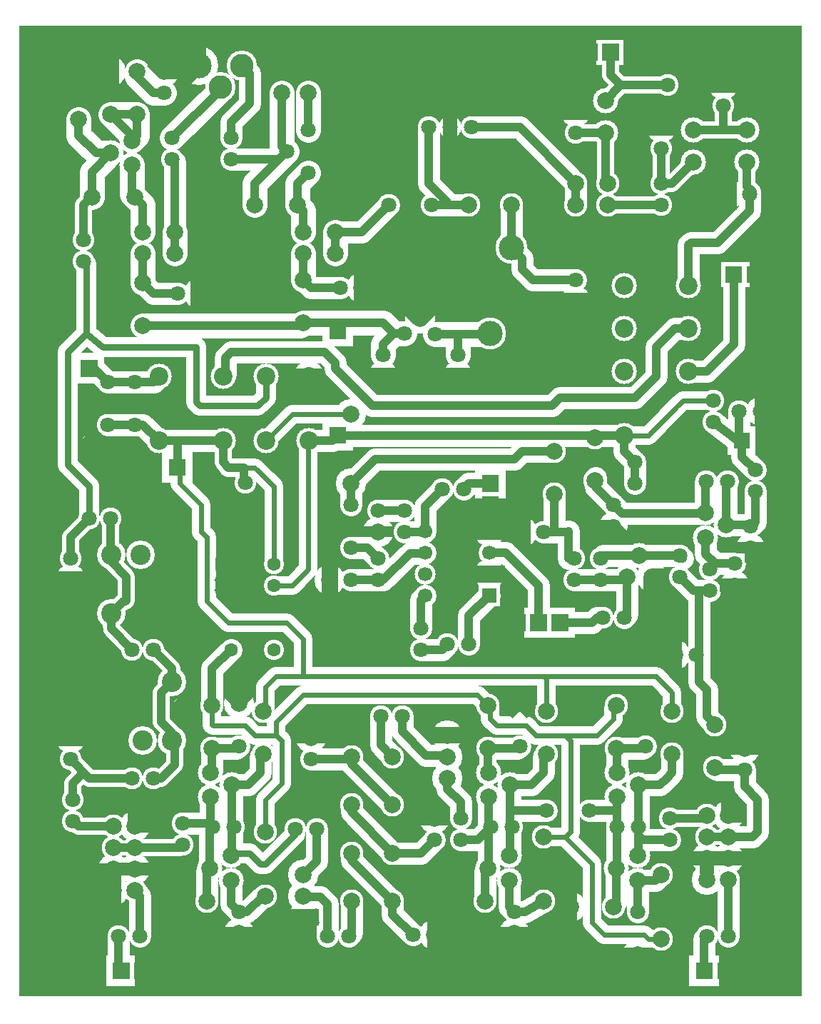
<source format=gbr>
%FSLAX34Y34*%
%MOMM*%
%LNSILK_TOP*%
G71*
G01*
%ADD10C, 0.00*%
%ADD11C, 2.80*%
%ADD12C, 1.80*%
%ADD13C, 3.00*%
%ADD14C, 2.60*%
%ADD15C, 2.60*%
%ADD16C, 3.80*%
%ADD17C, 2.80*%
%ADD18C, 3.00*%
%ADD19C, 3.00*%
%ADD20C, 3.00*%
%ADD21C, 3.60*%
%ADD22C, 2.60*%
%ADD23C, 2.00*%
%ADD24C, 3.40*%
%ADD25C, 2.40*%
%ADD26C, 1.00*%
%ADD27C, 2.40*%
%ADD28C, 3.60*%
%ADD29C, 3.60*%
%ADD30C, 2.40*%
%ADD31C, 4.60*%
%ADD32C, 2.50*%
%ADD33C, 2.70*%
%ADD34C, 2.20*%
%ADD35C, 1.60*%
%ADD36C, 3.40*%
%ADD37C, 3.60*%
%ADD38C, 3.40*%
%ADD39C, 3.20*%
%ADD40C, 3.25*%
%ADD41C, 3.60*%
%ADD42C, 6.10*%
%ADD43C, 1.69*%
%ADD44C, 1.61*%
%ADD45C, 1.53*%
%ADD46C, 1.76*%
%ADD47C, 1.70*%
%ADD48C, 1.40*%
%ADD49C, 1.38*%
%ADD50C, 1.45*%
%ADD51C, 1.67*%
%ADD52C, 0.67*%
%ADD53C, 1.24*%
%ADD54C, 1.63*%
%ADD55C, 1.58*%
%ADD56C, 1.55*%
%ADD57C, 1.67*%
%ADD58C, 1.64*%
%ADD59C, 1.65*%
%ADD60C, 1.85*%
%ADD61C, 1.79*%
%ADD62C, 1.71*%
%ADD63C, 1.54*%
%ADD64C, 1.36*%
%ADD65C, 1.61*%
%ADD66C, 1.78*%
%ADD67C, 1.41*%
%ADD68C, 1.46*%
%ADD69C, 1.65*%
%ADD70C, 4.46*%
%ADD71C, 4.50*%
%ADD72C, 2.00*%
%ADD73C, 2.20*%
%ADD74C, 1.80*%
%ADD75C, 1.80*%
%ADD76C, 3.00*%
%ADD77C, 2.00*%
%ADD78C, 2.00*%
%ADD79C, 2.80*%
%ADD80C, 0.80*%
%ADD81C, 1.60*%
%ADD82C, 3.00*%
%ADD83C, 1.70*%
%ADD84C, 0.60*%
%ADD85C, 2.00*%
%ADD86C, 1.80*%
%ADD87C, 1.60*%
%ADD88C, 1.65*%
%ADD89C, 2.00*%
%ADD90C, 4.50*%
%LPD*%
G54D10*
X0Y1000000D02*
X928000Y1000000D01*
X928000Y-150000D01*
X0Y-150000D01*
X0Y1000000D01*
G36*
X0Y1000000D02*
X928000Y1000000D01*
X928000Y-150000D01*
X0Y-150000D01*
X0Y1000000D01*
G37*
%LPC*%
X815975Y63500D02*
G54D11*
D03*
X841375Y63500D02*
G54D11*
D03*
X841375Y38100D02*
G54D11*
D03*
X815975Y38100D02*
G54D11*
D03*
X815975Y12700D02*
G54D11*
D03*
X841375Y12700D02*
G54D11*
D03*
X841375Y-12700D02*
G54D11*
D03*
X815975Y-12700D02*
G54D11*
D03*
G54D12*
X815975Y38100D02*
X841375Y38100D01*
X111125Y50800D02*
G54D11*
D03*
X136525Y50800D02*
G54D11*
D03*
X136525Y25400D02*
G54D11*
D03*
X111125Y25400D02*
G54D11*
D03*
X111125Y0D02*
G54D11*
D03*
X136525Y0D02*
G54D11*
D03*
X136525Y-25400D02*
G54D11*
D03*
X111125Y-25400D02*
G54D11*
D03*
G54D12*
X111125Y25400D02*
X136525Y25400D01*
X165335Y507615D02*
G54D13*
D03*
X165335Y583815D02*
G54D13*
D03*
X241535Y507615D02*
G54D13*
D03*
X292335Y507615D02*
G54D13*
D03*
X343135Y507615D02*
G54D13*
D03*
X241535Y583815D02*
G54D13*
D03*
X292335Y583815D02*
G54D13*
D03*
X343135Y583815D02*
G54D13*
D03*
X793750Y514350D02*
G54D13*
D03*
X717550Y514350D02*
G54D13*
D03*
X793750Y590550D02*
G54D13*
D03*
X793750Y641350D02*
G54D13*
D03*
X793750Y692150D02*
G54D13*
D03*
X717550Y590550D02*
G54D13*
D03*
X717550Y641350D02*
G54D13*
D03*
X717550Y692150D02*
G54D13*
D03*
X457200Y635000D02*
G54D14*
D03*
X475300Y652700D02*
G54D14*
D03*
X493600Y634000D02*
G54D14*
D03*
X485775Y879475D02*
G54D15*
D03*
X511175Y879475D02*
G54D15*
D03*
X536575Y879475D02*
G54D15*
D03*
X342900Y825500D02*
G54D14*
D03*
X342900Y876300D02*
G54D14*
D03*
X317500Y850900D02*
G54D14*
D03*
X558800Y635000D02*
G54D16*
D03*
X609600Y635000D02*
G54D16*
D03*
X584200Y736600D02*
G54D16*
D03*
X698500Y812800D02*
G54D17*
D03*
X660400Y812800D02*
G54D17*
D03*
X660400Y787400D02*
G54D17*
D03*
X698500Y787400D02*
G54D17*
D03*
X374650Y755650D02*
G54D17*
D03*
X336550Y755650D02*
G54D17*
D03*
X336550Y730250D02*
G54D17*
D03*
X374650Y730250D02*
G54D17*
D03*
X184150Y755650D02*
G54D17*
D03*
X146050Y755650D02*
G54D17*
D03*
X146050Y730250D02*
G54D17*
D03*
X184150Y730250D02*
G54D17*
D03*
X800100Y838200D02*
G54D18*
D03*
X800100Y876300D02*
G54D18*
D03*
X695325Y873125D02*
G54D18*
D03*
X695325Y911225D02*
G54D18*
D03*
X520700Y609600D02*
G54D14*
D03*
X520700Y584200D02*
G54D14*
D03*
X431800Y609600D02*
G54D14*
D03*
X431800Y584200D02*
G54D14*
D03*
X660400Y698500D02*
G54D14*
D03*
X660400Y673100D02*
G54D14*
D03*
G54D19*
X431800Y609600D02*
X431800Y622300D01*
X444500Y635000D01*
X457200Y635000D01*
G54D19*
X493600Y634000D02*
X557800Y634000D01*
X558800Y635000D01*
G54D19*
X520700Y609600D02*
X520700Y628650D01*
X136525Y577850D02*
G54D14*
D03*
X136525Y527050D02*
G54D14*
D03*
X730250Y482600D02*
G54D14*
D03*
X781050Y482600D02*
G54D14*
D03*
X104775Y527050D02*
G54D14*
D03*
X104775Y577850D02*
G54D14*
D03*
X730250Y457200D02*
G54D14*
D03*
X781050Y457200D02*
G54D14*
D03*
X133350Y863600D02*
G54D20*
D03*
X108246Y848814D02*
G54D20*
D03*
X133350Y834426D02*
G54D20*
D03*
X250825Y15875D02*
G54D20*
D03*
X225721Y1090D02*
G54D20*
D03*
X250825Y-13299D02*
G54D20*
D03*
X581025Y15875D02*
G54D20*
D03*
X555921Y1090D02*
G54D20*
D03*
X581025Y-13299D02*
G54D20*
D03*
X226623Y85181D02*
G54D20*
D03*
X251727Y99966D02*
G54D20*
D03*
X226623Y114354D02*
G54D20*
D03*
X556823Y85181D02*
G54D20*
D03*
X581927Y99966D02*
G54D20*
D03*
X556823Y114355D02*
G54D20*
D03*
X733425Y15875D02*
G54D20*
D03*
X708321Y1090D02*
G54D20*
D03*
X733425Y-13299D02*
G54D20*
D03*
X709223Y85180D02*
G54D20*
D03*
X734327Y99966D02*
G54D20*
D03*
X709223Y114354D02*
G54D20*
D03*
X342900Y971550D02*
G54D11*
D03*
X342900Y920750D02*
G54D11*
D03*
X311150Y971550D02*
G54D11*
D03*
X311150Y920750D02*
G54D11*
D03*
X330200Y787400D02*
G54D11*
D03*
X279400Y787400D02*
G54D11*
D03*
X336550Y698500D02*
G54D11*
D03*
X336550Y647700D02*
G54D11*
D03*
X146050Y695325D02*
G54D11*
D03*
X146050Y644525D02*
G54D11*
D03*
X69850Y939800D02*
G54D11*
D03*
X69850Y889000D02*
G54D11*
D03*
X107950Y946150D02*
G54D11*
D03*
X107950Y895350D02*
G54D11*
D03*
X139700Y946150D02*
G54D11*
D03*
X139700Y895350D02*
G54D11*
D03*
X171450Y946150D02*
G54D14*
D03*
X171450Y920750D02*
G54D14*
D03*
G54D19*
X342900Y920750D02*
X342900Y876300D01*
G54D19*
X311150Y920750D02*
X311150Y857250D01*
X317500Y850900D01*
G54D19*
X330200Y787400D02*
X330200Y812800D01*
X342900Y825500D01*
G54D19*
X279400Y787400D02*
X279400Y812800D01*
X317500Y850900D01*
G54D19*
X374650Y755650D02*
X374650Y730250D01*
G54D19*
X336550Y755650D02*
X336550Y781050D01*
X330200Y787400D01*
G54D19*
X336550Y698500D02*
X336550Y730250D01*
G54D19*
X108246Y848814D02*
X90986Y848814D01*
X69850Y869950D01*
X69850Y889000D01*
G54D19*
X133350Y863600D02*
X133350Y869950D01*
X107950Y895350D01*
X139700Y895350D01*
G54D19*
X139700Y895350D02*
X139700Y869950D01*
X133350Y863600D01*
G54D19*
X139700Y946150D02*
X139700Y939800D01*
X158750Y920750D01*
X171450Y920750D01*
X136525Y796925D02*
G54D11*
D03*
X85725Y796925D02*
G54D11*
D03*
G54D19*
X133350Y834426D02*
X133350Y800100D01*
X136525Y796925D01*
G54D19*
X85725Y796925D02*
X85725Y826294D01*
X108246Y848814D01*
G54D19*
X184150Y755650D02*
X184150Y730250D01*
G54D19*
X146050Y730250D02*
X146050Y695325D01*
G54D19*
X146050Y755650D02*
X146050Y787400D01*
X136525Y796925D01*
G54D19*
X146050Y644525D02*
X333375Y644525D01*
X336550Y647700D01*
X431800Y647700D01*
X444500Y635000D01*
X263525Y952500D02*
G54D21*
D03*
X212725Y952500D02*
G54D21*
D03*
X238125Y927100D02*
G54D21*
D03*
X180975Y866775D02*
G54D14*
D03*
X180975Y841375D02*
G54D14*
D03*
X250825Y866775D02*
G54D14*
D03*
X250825Y841375D02*
G54D14*
D03*
G54D19*
X238125Y927100D02*
X238125Y923925D01*
X180975Y866775D01*
G54D22*
X250825Y841375D02*
X307975Y841375D01*
X317500Y850900D01*
G54D22*
X250825Y866775D02*
X250825Y885825D01*
X273050Y908050D01*
X273050Y942975D01*
X263525Y952500D01*
X406400Y688975D02*
G54D14*
D03*
X381000Y688975D02*
G54D14*
D03*
X212725Y682625D02*
G54D14*
D03*
X187325Y682625D02*
G54D14*
D03*
G54D22*
X187325Y682625D02*
X158750Y682625D01*
X146050Y695325D01*
G54D22*
X381000Y688975D02*
X346075Y688975D01*
X336550Y698500D01*
G54D22*
X184150Y755650D02*
X184150Y838200D01*
X180975Y841375D01*
X438150Y787400D02*
G54D14*
D03*
X488950Y787400D02*
G54D14*
D03*
G54D22*
X374650Y755650D02*
X406400Y755650D01*
X438150Y787400D01*
X584200Y787400D02*
G54D11*
D03*
X533400Y787400D02*
G54D11*
D03*
G54D22*
X488950Y787400D02*
X533400Y787400D01*
G54D22*
X584200Y787400D02*
X584200Y736600D01*
G54D22*
X660400Y698500D02*
X609600Y698500D01*
X596900Y711200D01*
X596900Y723900D01*
X584200Y736600D01*
G54D22*
X660400Y812800D02*
X660400Y787400D01*
X863600Y838200D02*
G54D18*
D03*
X863600Y876300D02*
G54D18*
D03*
X835025Y930275D02*
G54D14*
D03*
X835025Y904875D02*
G54D14*
D03*
X762000Y879475D02*
G54D14*
D03*
X762000Y854075D02*
G54D14*
D03*
G54D22*
X558800Y879475D02*
X593725Y879475D01*
X660400Y812800D01*
G54D23*
X695325Y873125D02*
X695325Y815975D01*
X698500Y812800D01*
X762000Y812800D02*
G54D14*
D03*
X762000Y787400D02*
G54D14*
D03*
G54D23*
X698500Y787400D02*
X762000Y787400D01*
G54D23*
X800100Y876300D02*
X863600Y876300D01*
G54D23*
X835025Y904875D02*
X835025Y879475D01*
X831850Y876300D01*
G54D23*
X762000Y812800D02*
X774700Y812800D01*
X800100Y838200D01*
G54D23*
X762000Y854075D02*
X762000Y812800D01*
X866775Y800100D02*
G54D14*
D03*
X841375Y800100D02*
G54D14*
D03*
G54D23*
X863600Y838200D02*
X863600Y809625D01*
X869950Y803275D01*
X660400Y898525D02*
G54D14*
D03*
X660400Y873125D02*
G54D14*
D03*
G54D23*
X660400Y873125D02*
X695325Y873125D01*
X769300Y969325D02*
G54D14*
D03*
X769300Y929325D02*
G54D14*
D03*
G36*
X686675Y983375D02*
X716675Y983375D01*
X716675Y953375D01*
X686675Y953375D01*
X686675Y983375D01*
G37*
G36*
X661280Y983380D02*
X691280Y983380D01*
X691280Y953380D01*
X661280Y953380D01*
X661280Y983380D01*
G37*
G54D23*
X769300Y929325D02*
X713425Y929325D01*
X695325Y911225D01*
G54D23*
X701675Y968375D02*
X701675Y941075D01*
X713425Y929325D01*
X108559Y372952D02*
G54D24*
D03*
X143558Y372952D02*
G54D24*
D03*
X178558Y372952D02*
G54D25*
D03*
X108574Y302825D02*
G54D24*
D03*
X178575Y302825D02*
G54D25*
D03*
G54D26*
X92464Y333576D02*
X92469Y341915D01*
G54D26*
X194064Y332782D02*
X194069Y341121D01*
G36*
X84952Y352481D02*
X99952Y352481D01*
X99952Y322481D01*
X84952Y322481D01*
X84952Y352481D01*
G37*
G36*
X186561Y352184D02*
X201561Y352184D01*
X201561Y322184D01*
X186561Y322184D01*
X186561Y352184D01*
G37*
X181141Y152122D02*
G54D24*
D03*
X146142Y152122D02*
G54D24*
D03*
X111142Y152122D02*
G54D25*
D03*
X181126Y222250D02*
G54D24*
D03*
X111125Y222250D02*
G54D25*
D03*
G54D26*
X197236Y191499D02*
X197231Y183160D01*
G54D26*
X95636Y192293D02*
X95631Y183954D01*
G36*
X204748Y172594D02*
X189748Y172594D01*
X189748Y202594D01*
X204748Y202594D01*
X204748Y172594D01*
G37*
G36*
X103139Y172891D02*
X88139Y172891D01*
X88139Y202891D01*
X103139Y202891D01*
X103139Y172891D01*
G37*
X60325Y368300D02*
G54D14*
D03*
X60325Y342900D02*
G54D14*
D03*
X60325Y155575D02*
G54D14*
D03*
X60325Y130175D02*
G54D14*
D03*
X107950Y415925D02*
G54D14*
D03*
X82550Y415925D02*
G54D14*
D03*
X158750Y107950D02*
G54D14*
D03*
X133350Y107950D02*
G54D14*
D03*
X158750Y260350D02*
G54D14*
D03*
X133350Y260350D02*
G54D14*
D03*
G54D23*
X108574Y302825D02*
X108574Y285126D01*
X133350Y260350D01*
G54D23*
X108559Y372952D02*
X108559Y364516D01*
X127000Y346075D01*
X127000Y318708D01*
X126065Y317773D01*
X123523Y317773D01*
X108574Y302825D01*
G54D23*
X181126Y222250D02*
X181126Y237974D01*
X158750Y260350D01*
G54D23*
X181141Y152122D02*
X181141Y161759D01*
X168275Y174625D01*
X168275Y209400D01*
X181126Y222250D01*
G54D23*
X107950Y415925D02*
X107950Y373561D01*
X108559Y372952D01*
G54D23*
X60325Y368300D02*
X60325Y393700D01*
X82550Y415925D01*
G54D23*
X158750Y107950D02*
X168275Y107950D01*
X184150Y123825D01*
X184150Y149114D01*
X181141Y152122D01*
G54D23*
X133350Y107950D02*
X82550Y107950D01*
X60325Y130175D01*
X442800Y76200D02*
G54D11*
D03*
X394400Y76200D02*
G54D11*
D03*
X442800Y19050D02*
G54D11*
D03*
X394400Y19050D02*
G54D11*
D03*
X442800Y-38100D02*
G54D11*
D03*
X394400Y-38100D02*
G54D11*
D03*
X222250Y-38100D02*
G54D11*
D03*
X222250Y-88900D02*
G54D11*
D03*
X552450Y-38100D02*
G54D11*
D03*
X552450Y-88900D02*
G54D11*
D03*
X288925Y187325D02*
G54D11*
D03*
X288925Y136525D02*
G54D11*
D03*
X228600Y193675D02*
G54D11*
D03*
X228600Y142875D02*
G54D11*
D03*
X254853Y50324D02*
G54D14*
D03*
X229453Y50324D02*
G54D14*
D03*
X585053Y50324D02*
G54D14*
D03*
X559653Y50324D02*
G54D14*
D03*
X555625Y193675D02*
G54D11*
D03*
X555625Y142875D02*
G54D11*
D03*
X625475Y187325D02*
G54D11*
D03*
X625475Y136525D02*
G54D11*
D03*
X193675Y53975D02*
G54D14*
D03*
X193675Y28575D02*
G54D14*
D03*
G54D23*
X136525Y25400D02*
X190500Y25400D01*
X193675Y28575D01*
X260350Y-50800D02*
G54D14*
D03*
X260350Y-76200D02*
G54D14*
D03*
X734278Y50324D02*
G54D14*
D03*
X708878Y50324D02*
G54D14*
D03*
X708025Y193675D02*
G54D11*
D03*
X708025Y142875D02*
G54D11*
D03*
X774700Y187325D02*
G54D11*
D03*
X774700Y136525D02*
G54D11*
D03*
X587375Y-50800D02*
G54D14*
D03*
X587375Y-76200D02*
G54D14*
D03*
X260350Y196850D02*
G54D14*
D03*
X260350Y146050D02*
G54D14*
D03*
X593725Y196850D02*
G54D14*
D03*
X593725Y146050D02*
G54D14*
D03*
X742950Y196850D02*
G54D14*
D03*
X742950Y146050D02*
G54D14*
D03*
X676275Y69850D02*
G54D14*
D03*
X625475Y69850D02*
G54D14*
D03*
X76200Y746125D02*
G54D14*
D03*
X76200Y720725D02*
G54D14*
D03*
G54D23*
X76200Y746125D02*
X76200Y787400D01*
X85725Y796925D01*
G54D22*
X485775Y879475D02*
X485775Y812800D01*
X508000Y790575D01*
G54D22*
X558800Y879475D02*
X536575Y879475D01*
G54D22*
X793750Y641350D02*
X777875Y641350D01*
X755650Y619125D01*
X755650Y584250D01*
X730250Y558850D01*
X647750Y558850D01*
X647700Y558800D01*
G54D22*
X647750Y558850D02*
X641400Y558850D01*
X631825Y549275D01*
X419100Y549275D01*
X374650Y593725D01*
X374650Y600075D01*
X361950Y612775D01*
X250825Y612775D01*
X244475Y606425D01*
X244475Y586755D01*
X241535Y583815D01*
G54D27*
X292335Y583815D02*
X292335Y559035D01*
X282575Y549275D01*
X214275Y549275D01*
X209835Y553715D01*
X209835Y606140D01*
X209550Y619125D01*
X98425Y619125D01*
X79375Y635000D01*
X79375Y717550D01*
X76200Y720725D01*
G36*
X169325Y494250D02*
X205325Y494250D01*
X205325Y458250D01*
X169325Y458250D01*
X169325Y494250D01*
G37*
G36*
X359825Y532350D02*
X395825Y532350D01*
X395825Y496350D01*
X359825Y496350D01*
X359825Y532350D01*
G37*
G36*
X359825Y656175D02*
X395825Y656175D01*
X395825Y620175D01*
X359825Y620175D01*
X359825Y656175D01*
G37*
G54D22*
X343135Y507615D02*
X371090Y507615D01*
X377825Y514350D01*
G54D27*
X82550Y415925D02*
X82550Y454025D01*
X57150Y479425D01*
X57150Y612775D01*
X79375Y635000D01*
G54D22*
X165335Y507615D02*
X241535Y507615D01*
G54D22*
X136525Y527050D02*
X145900Y527050D01*
X165335Y507615D01*
G54D22*
X104775Y527050D02*
X136525Y527050D01*
G54D22*
X187325Y476250D02*
X187325Y504205D01*
X190735Y507615D01*
G54D22*
X136525Y577850D02*
X159370Y577850D01*
X165335Y583815D01*
G54D22*
X104775Y577850D02*
X136525Y577850D01*
G36*
X64550Y611725D02*
X100550Y611725D01*
X100550Y575725D01*
X64550Y575725D01*
X64550Y611725D01*
G37*
X88900Y498470D02*
G54D28*
D03*
G54D22*
X82550Y593725D02*
X88900Y593725D01*
X104775Y577850D01*
X343130Y583820D02*
G54D28*
D03*
G54D22*
X377825Y514350D02*
X717550Y514350D01*
X793750Y514350D02*
G54D28*
D03*
G54D22*
X866775Y800100D02*
X866775Y781050D01*
X828675Y742950D01*
X796925Y742950D01*
X793750Y739775D01*
X793750Y692150D01*
G54D22*
X793750Y590550D02*
X815975Y590550D01*
X847725Y622300D01*
X847725Y695325D01*
G54D22*
X717550Y514350D02*
X717550Y495300D01*
X730250Y482600D01*
X730250Y457200D01*
X781050Y482600D02*
G54D29*
D03*
X781050Y457200D02*
G54D29*
D03*
X222250Y-88900D02*
G54D29*
D03*
X552450Y-88900D02*
G54D29*
D03*
X654050Y-44450D02*
G54D29*
D03*
X250825Y260350D02*
G54D30*
D03*
X250825Y336550D02*
G54D30*
D03*
X250825Y361950D02*
G54D30*
D03*
X301625Y361950D02*
G54D30*
D03*
X301625Y336550D02*
G54D30*
D03*
X301625Y260350D02*
G54D30*
D03*
X475300Y652700D02*
G54D29*
D03*
X406400Y688970D02*
G54D29*
D03*
X431800Y584200D02*
G54D29*
D03*
X212720Y682620D02*
G54D29*
D03*
X60320Y342900D02*
G54D29*
D03*
X60320Y155570D02*
G54D29*
D03*
X69850Y939800D02*
G54D29*
D03*
X107950Y946150D02*
G54D29*
D03*
X171450Y946150D02*
G54D29*
D03*
X311150Y971550D02*
G54D29*
D03*
X342900Y971550D02*
G54D29*
D03*
X660400Y898530D02*
G54D29*
D03*
X769300Y969330D02*
G54D29*
D03*
X835030Y930270D02*
G54D29*
D03*
X762000Y879480D02*
G54D29*
D03*
X841370Y800100D02*
G54D29*
D03*
X660400Y673100D02*
G54D29*
D03*
X520700Y584200D02*
G54D29*
D03*
X609600Y635000D02*
G54D31*
D03*
X212720Y952500D02*
G54D31*
D03*
X346075Y155575D02*
G54D14*
D03*
X346075Y130175D02*
G54D14*
D03*
X492125Y60325D02*
G54D14*
D03*
X492125Y34925D02*
G54D14*
D03*
X492125Y-77788D02*
G54D14*
D03*
X466725Y-77788D02*
G54D14*
D03*
G36*
X545025Y311896D02*
X545025Y336896D01*
X570025Y336896D01*
X570025Y311896D01*
X545025Y311896D01*
G37*
X557525Y349796D02*
G54D32*
D03*
X557525Y375196D02*
G54D32*
D03*
X557525Y400596D02*
G54D32*
D03*
X481325Y400596D02*
G54D32*
D03*
X481325Y375196D02*
G54D32*
D03*
X481325Y349796D02*
G54D32*
D03*
X481325Y324396D02*
G54D32*
D03*
X750443Y346532D02*
G54D20*
D03*
X735658Y371636D02*
G54D20*
D03*
X721269Y346531D02*
G54D20*
D03*
X813998Y393156D02*
G54D20*
D03*
X839102Y407941D02*
G54D20*
D03*
X813998Y422330D02*
G54D20*
D03*
X267650Y418150D02*
G54D14*
D03*
X267650Y458150D02*
G54D14*
D03*
X267650Y418150D02*
G54D33*
D03*
X511180Y879480D02*
G54D33*
D03*
G54D22*
X222250Y-38100D02*
X222250Y-2381D01*
X225721Y1090D01*
G54D22*
X251727Y99966D02*
X251727Y16777D01*
X250825Y15875D01*
G54D22*
X226623Y85181D02*
X226623Y53154D01*
X229453Y50324D01*
G54D22*
X225721Y1090D02*
X225721Y46592D01*
X229453Y50324D01*
G54D22*
X193675Y53975D02*
X225802Y53975D01*
X229453Y50324D01*
G54D22*
X228600Y142875D02*
X228600Y116332D01*
X226623Y114354D01*
G54D22*
X228600Y142875D02*
X257175Y142875D01*
X260350Y146050D01*
G54D22*
X250825Y-13299D02*
X250825Y-41275D01*
X260350Y-50800D01*
G54D22*
X260350Y-50800D02*
X269875Y-50800D01*
X288925Y-31750D01*
G54D22*
X251727Y99966D02*
X271416Y99966D01*
X285750Y114300D01*
X285750Y133350D01*
X288925Y136525D01*
G54D23*
X555625Y142875D02*
X555625Y115552D01*
X556823Y114355D01*
G54D22*
X552450Y-38100D02*
X552450Y-2381D01*
X555921Y1090D01*
G54D22*
X556823Y85181D02*
X556823Y1992D01*
X555921Y1090D01*
G54D22*
X581927Y99966D02*
X581927Y16777D01*
X581025Y15875D01*
G54D22*
X581025Y-13299D02*
X581025Y-44450D01*
X587375Y-50800D01*
X600075Y-50800D01*
X622300Y-38100D01*
G54D22*
X555625Y142875D02*
X590550Y142875D01*
X593725Y146050D01*
G54D22*
X581927Y99966D02*
X607966Y99966D01*
X622300Y114300D01*
X622300Y133350D01*
X625475Y136525D01*
G54D22*
X709223Y114354D02*
X709223Y141677D01*
X708025Y142875D01*
G54D22*
X708025Y142875D02*
X739775Y142875D01*
X742950Y146050D01*
G54D22*
X734327Y99966D02*
X760366Y99966D01*
X768350Y107950D01*
G54D22*
X768350Y107950D02*
X774700Y114300D01*
X774700Y136525D01*
G54D22*
X709223Y85180D02*
X709223Y1992D01*
X708321Y1090D01*
G54D22*
X734327Y99966D02*
X734327Y16777D01*
X733425Y15875D01*
G54D22*
X708025Y-38100D02*
X708025Y794D01*
X708321Y1090D01*
G54D22*
X676275Y69850D02*
X706450Y69850D01*
G54D22*
X584200Y69850D02*
X625475Y69850D01*
G54D22*
X228600Y193675D02*
X228600Y238125D01*
X250825Y260350D01*
X292100Y44450D02*
G54D11*
D03*
X292100Y-31750D02*
G54D11*
D03*
X622300Y38100D02*
G54D11*
D03*
X622300Y-38100D02*
G54D11*
D03*
G54D34*
X292100Y44450D02*
X292100Y82550D01*
X311150Y101600D01*
X311150Y152400D01*
X304800Y158750D01*
X279450Y158750D01*
X268350Y169850D01*
X230200Y169850D01*
X228600Y171450D01*
X228600Y193675D01*
G54D34*
X622300Y38100D02*
X647700Y38100D01*
X654050Y44450D01*
X654050Y152400D01*
X647700Y158750D01*
X612825Y158750D01*
X601725Y169850D01*
X566750Y169850D01*
X558800Y177800D01*
X558800Y190500D01*
X555625Y193675D01*
G54D34*
X647700Y158750D02*
X685800Y158750D01*
X704850Y177800D01*
X704850Y190500D01*
X708025Y193675D01*
X742950Y196850D02*
G54D29*
D03*
X593730Y196850D02*
G54D29*
D03*
X260350Y196850D02*
G54D29*
D03*
X733420Y-101600D02*
G54D29*
D03*
X704850Y-44450D02*
G54D11*
D03*
X654050Y-44450D02*
G54D11*
D03*
X762000Y-6350D02*
G54D11*
D03*
X762000Y-82550D02*
G54D11*
D03*
G54D22*
X733425Y-13299D02*
X755051Y-13299D01*
X762000Y-6350D01*
G54D22*
X733425Y-50800D02*
X733425Y-13299D01*
X733425Y-50800D02*
G54D14*
D03*
X733425Y-101600D02*
G54D14*
D03*
G54D34*
X762000Y-82550D02*
X746175Y-82550D01*
X741425Y-77800D01*
X693750Y-77800D01*
X679450Y-63500D01*
X679450Y6350D01*
X647700Y38100D01*
G54D34*
X774700Y187325D02*
X774700Y209550D01*
X755650Y228600D01*
X304800Y228600D01*
X292100Y215900D01*
X292100Y190500D01*
X288925Y187325D01*
G54D34*
X625475Y187325D02*
X625475Y225425D01*
X622300Y228600D01*
G54D34*
X301625Y336550D02*
X323850Y336550D01*
X342900Y355600D01*
X342900Y507380D01*
X343135Y507615D01*
G54D34*
X301625Y361950D02*
X301625Y454025D01*
X279400Y476250D01*
X247650Y476250D01*
G54D34*
X273050Y292100D02*
X247650Y292100D01*
X222250Y317500D01*
X222250Y393700D01*
X215900Y400050D01*
X215900Y431800D01*
X190500Y457200D01*
X190500Y473075D01*
X187325Y476250D01*
X250830Y361950D02*
G54D29*
D03*
G54D34*
X292335Y507615D02*
X292335Y508235D01*
X323850Y539750D01*
X393700Y539750D01*
X393700Y539750D02*
G54D29*
D03*
X393700Y457200D02*
G54D29*
D03*
X508000Y266700D02*
G54D14*
D03*
X533400Y266700D02*
G54D14*
D03*
G54D22*
X533400Y266700D02*
X533400Y300271D01*
X557525Y324396D01*
X476250Y285750D02*
G54D14*
D03*
X476250Y260350D02*
G54D14*
D03*
G54D22*
X476250Y285750D02*
X476250Y319321D01*
X481325Y324396D01*
G54D22*
X476250Y260350D02*
X501650Y260350D01*
X508000Y266700D01*
X425450Y368300D02*
G54D14*
D03*
X425450Y342900D02*
G54D14*
D03*
X557520Y349800D02*
G54D29*
D03*
X557520Y400600D02*
G54D29*
D03*
X393700Y381000D02*
G54D14*
D03*
X393700Y431800D02*
G54D14*
D03*
G54D22*
X425450Y342900D02*
X431800Y342900D01*
X463550Y374650D01*
X480779Y374650D01*
X481325Y375196D01*
X368300Y342900D02*
G54D14*
D03*
X393700Y342900D02*
G54D14*
D03*
G54D22*
X393700Y342900D02*
X425450Y342900D01*
X368300Y342900D02*
G54D29*
D03*
X457200Y425450D02*
G54D14*
D03*
X457200Y400050D02*
G54D14*
D03*
G54D22*
X457200Y400050D02*
X480779Y400050D01*
X481325Y400596D01*
X425450Y425450D02*
G54D14*
D03*
X425450Y400050D02*
G54D14*
D03*
G54D22*
X393700Y381000D02*
X412750Y381000D01*
X425450Y368300D01*
G54D22*
X393700Y457200D02*
X393700Y431800D01*
G54D22*
X425450Y425450D02*
X457200Y425450D01*
X425450Y400050D02*
G54D29*
D03*
X527050Y450850D02*
G54D14*
D03*
X501650Y450850D02*
G54D14*
D03*
G36*
X540800Y475200D02*
X576800Y475200D01*
X576800Y439200D01*
X540800Y439200D01*
X540800Y475200D01*
G37*
G36*
X540800Y449800D02*
X576800Y449800D01*
X576800Y413800D01*
X540800Y413800D01*
X540800Y449800D01*
G37*
G36*
X572550Y310100D02*
X608550Y310100D01*
X608550Y274100D01*
X572550Y274100D01*
X572550Y310100D01*
G37*
G36*
X597950Y310100D02*
X633950Y310100D01*
X633950Y274100D01*
X597950Y274100D01*
X597950Y310100D01*
G37*
G36*
X623350Y310100D02*
X659350Y310100D01*
X659350Y274100D01*
X623350Y274100D01*
X623350Y310100D01*
G37*
G54D22*
X557525Y375196D02*
X577304Y375196D01*
X615950Y336550D01*
X615950Y292100D01*
X690050Y368412D02*
G54D14*
D03*
X690050Y343012D02*
G54D14*
D03*
G54D22*
X690050Y343012D02*
X717749Y343011D01*
X721269Y346531D01*
G54D22*
X735658Y371636D02*
X693274Y371636D01*
X690050Y368412D01*
X750440Y346530D02*
G54D29*
D03*
G54D22*
X481325Y400596D02*
X481325Y430525D01*
X501650Y450850D01*
G54D22*
X558800Y457200D02*
X533400Y457200D01*
X527050Y450850D01*
X692150Y298450D02*
G54D14*
D03*
X717550Y298450D02*
G54D14*
D03*
G54D22*
X641350Y292100D02*
X679450Y292100D01*
X685800Y298450D01*
G54D22*
X721269Y340181D02*
X721269Y302169D01*
X717550Y298450D01*
X658300Y368412D02*
G54D14*
D03*
X658300Y343012D02*
G54D14*
D03*
G54D22*
X658300Y343012D02*
X690050Y343012D01*
G54D22*
X651950Y368412D02*
X651950Y400162D01*
X596900Y400050D02*
G54D14*
D03*
X622300Y400050D02*
G54D14*
D03*
G54D22*
X622300Y400050D02*
X651838Y400050D01*
X651950Y400162D01*
X596900Y400050D02*
G54D29*
D03*
X635000Y444500D02*
G54D11*
D03*
X635000Y495300D02*
G54D11*
D03*
X784064Y346236D02*
G54D14*
D03*
X784064Y371636D02*
G54D14*
D03*
G54D22*
X735658Y371636D02*
X784064Y371636D01*
X787400Y368300D01*
X819150Y330200D02*
G54D14*
D03*
X819150Y355600D02*
G54D14*
D03*
X111130Y-25400D02*
G54D29*
D03*
X111130Y0D02*
G54D29*
D03*
X136530Y0D02*
G54D29*
D03*
X136530Y50800D02*
G54D29*
D03*
X260350Y-76200D02*
G54D29*
D03*
X587370Y-76200D02*
G54D29*
D03*
X815975Y-12700D02*
G54D29*
D03*
X841370Y63500D02*
G54D29*
D03*
X841370Y12700D02*
G54D29*
D03*
X815980Y12700D02*
G54D29*
D03*
X442800Y133350D02*
G54D11*
D03*
X394400Y133350D02*
G54D11*
D03*
G54D22*
X394400Y133350D02*
X394400Y124600D01*
X442800Y76200D01*
G54D22*
X394400Y76200D02*
X394400Y67450D01*
X442800Y19050D01*
G54D22*
X394400Y19050D02*
X394400Y10300D01*
X442800Y-38100D01*
G54D22*
X346075Y130175D02*
X391225Y130175D01*
X394400Y133350D01*
G54D22*
X442800Y19050D02*
X476250Y19050D01*
X492125Y34925D01*
G54D23*
X241535Y507615D02*
X241535Y482365D01*
X247650Y476250D01*
G54D35*
X267650Y458150D02*
X267650Y475300D01*
X266700Y476250D01*
G54D23*
X247650Y476250D02*
X266700Y476250D01*
X266700Y459100D01*
X267650Y458150D01*
X771525Y60325D02*
G54D14*
D03*
X771525Y34925D02*
G54D14*
D03*
G54D23*
X771525Y60325D02*
X812800Y60325D01*
X815975Y63500D01*
G54D22*
X771525Y34925D02*
X739775Y34925D01*
X736600Y38100D01*
X142875Y-79375D02*
G54D14*
D03*
X117475Y-79375D02*
G54D14*
D03*
G54D22*
X142875Y-79375D02*
X142875Y-31750D01*
X136525Y-25400D01*
G36*
X102650Y-102650D02*
X138650Y-102650D01*
X138650Y-138650D01*
X102650Y-138650D01*
X102650Y-102650D01*
G37*
G36*
X128050Y-102650D02*
X164050Y-102650D01*
X164050Y-138650D01*
X128050Y-138650D01*
X128050Y-102650D01*
G37*
G54D22*
X117475Y-79375D02*
X117475Y-117475D01*
X120650Y-120650D01*
X841375Y-79375D02*
G54D14*
D03*
X815975Y-79375D02*
G54D14*
D03*
G54D22*
X841375Y-79375D02*
X841375Y-12700D01*
G36*
X820200Y-102650D02*
X856200Y-102650D01*
X856200Y-138650D01*
X820200Y-138650D01*
X820200Y-102650D01*
G37*
G36*
X794800Y-102650D02*
X830800Y-102650D01*
X830800Y-138650D01*
X794800Y-138650D01*
X794800Y-102650D01*
G37*
G54D22*
X812800Y-120650D02*
X812800Y-82550D01*
X815975Y-79375D01*
X860425Y142875D02*
G54D14*
D03*
X860425Y117475D02*
G54D14*
D03*
X803275Y254000D02*
G54D14*
D03*
X777875Y254000D02*
G54D14*
D03*
X825500Y120650D02*
G54D11*
D03*
X825500Y171450D02*
G54D11*
D03*
G54D22*
X815980Y212720D02*
X815975Y180975D01*
X825500Y171450D01*
G54D22*
X860425Y117475D02*
X828675Y117475D01*
X825500Y120650D01*
G54D22*
X860425Y117475D02*
X860425Y98425D01*
X876300Y82550D01*
X876300Y44450D01*
X869950Y38100D01*
X841375Y38100D01*
X860430Y142880D02*
G54D29*
D03*
X777875Y254000D02*
G54D29*
D03*
X508000Y133350D02*
G54D29*
D03*
X508000Y107950D02*
G54D29*
D03*
X508000Y158750D02*
G54D29*
D03*
X492130Y60320D02*
G54D29*
D03*
X523875Y60325D02*
G54D14*
D03*
X523875Y34925D02*
G54D14*
D03*
G54D22*
X523875Y34925D02*
X544254Y34925D01*
X559653Y50324D01*
G54D22*
X523875Y60325D02*
X523875Y79375D01*
X508000Y95250D01*
X346070Y155570D02*
G54D29*
D03*
X492125Y-77788D02*
G54D29*
D03*
X336550Y-6350D02*
G54D29*
D03*
X336550Y-31750D02*
G54D29*
D03*
X336550Y-57150D02*
G54D29*
D03*
X352425Y47625D02*
G54D14*
D03*
X327025Y47625D02*
G54D14*
D03*
G54D22*
X508000Y107950D02*
X508000Y95250D01*
G54D22*
X352425Y47625D02*
X352425Y9525D01*
X336550Y-6350D01*
G54D27*
X327025Y47625D02*
X327025Y41275D01*
X292100Y6350D01*
X285750Y6350D01*
X273050Y19050D01*
X254000Y19050D01*
X250825Y15875D01*
G54D34*
X273050Y292100D02*
X317500Y292100D01*
X336550Y273050D01*
X336550Y228600D01*
X704850Y406400D02*
G54D14*
D03*
X704850Y431800D02*
G54D14*
D03*
G54D22*
X683700Y463662D02*
X683700Y452950D01*
X704850Y431800D01*
G54D22*
X751227Y421911D02*
X714739Y421911D01*
X704850Y431800D01*
X704850Y406400D02*
G54D36*
D03*
X840127Y460011D02*
G54D14*
D03*
X814727Y460011D02*
G54D14*
D03*
G54D22*
X813998Y422330D02*
X813998Y459281D01*
X814727Y460011D01*
G54D22*
X839102Y407941D02*
X839102Y458986D01*
X840127Y460011D01*
X848800Y362062D02*
G54D14*
D03*
X848800Y336662D02*
G54D14*
D03*
G54D22*
X848800Y362062D02*
X825612Y362062D01*
X819150Y355600D01*
G54D22*
X813998Y393156D02*
X813998Y373675D01*
X825612Y362062D01*
G54D22*
X819150Y330200D02*
X800100Y330200D01*
X787400Y342900D01*
G54D22*
X839102Y407941D02*
X866420Y407941D01*
X867850Y406512D01*
X867850Y381110D02*
G54D36*
D03*
X848800Y336660D02*
G54D36*
D03*
G54D22*
X806450Y330200D02*
X806450Y222250D01*
X815975Y212725D01*
X873125Y473075D02*
G54D14*
D03*
X873125Y447675D02*
G54D14*
D03*
G54D22*
X751227Y421911D02*
X813579Y421911D01*
X813998Y422330D01*
G36*
X874250Y491000D02*
X840250Y491000D01*
X840250Y525000D01*
X874250Y525000D01*
X874250Y491000D01*
G37*
G36*
X899650Y491000D02*
X865650Y491000D01*
X865650Y525000D01*
X899650Y525000D01*
X899650Y491000D01*
G37*
X879314Y543086D02*
G54D14*
D03*
X853914Y543086D02*
G54D14*
D03*
X879314Y543086D02*
G54D36*
D03*
X823400Y555737D02*
G54D14*
D03*
X823400Y530336D02*
G54D14*
D03*
X867850Y406512D02*
G54D14*
D03*
X867850Y381112D02*
G54D14*
D03*
G54D22*
X857250Y508000D02*
X857250Y488950D01*
X873125Y473075D01*
G54D22*
X873125Y447675D02*
X873125Y411787D01*
X867850Y406512D01*
G54D22*
X857250Y508000D02*
X852086Y508000D01*
X823400Y530336D01*
G54D34*
X717550Y514350D02*
X746125Y514350D01*
X781050Y549275D01*
G54D34*
X823400Y555737D02*
X787512Y555737D01*
X781050Y549275D01*
G54D22*
X853914Y543086D02*
X853914Y511336D01*
X857250Y508000D01*
X95640Y187890D02*
G54D37*
D03*
X197250Y187590D02*
G54D38*
D03*
X92450Y337480D02*
G54D39*
D03*
X194060Y337180D02*
G54D40*
D03*
X63500Y57150D02*
G54D14*
D03*
X63500Y82550D02*
G54D14*
D03*
G54D23*
X111125Y50800D02*
X69850Y50800D01*
X63500Y57150D01*
G54D23*
X63500Y82550D02*
X63500Y101600D01*
X76200Y114300D01*
G36*
X832725Y719850D02*
X862725Y719850D01*
X862725Y689850D01*
X832725Y689850D01*
X832725Y719850D01*
G37*
G36*
X858130Y719850D02*
X888130Y719850D01*
X888130Y689850D01*
X858130Y689850D01*
X858130Y719850D01*
G37*
X250830Y336550D02*
G54D41*
D03*
X682625Y460375D02*
G54D11*
D03*
X682625Y511175D02*
G54D11*
D03*
G54D22*
X635000Y444500D02*
X635000Y400050D01*
G54D22*
X635000Y495300D02*
X596900Y495300D01*
X587375Y485775D01*
X422275Y485775D01*
X393700Y457200D01*
X860425Y265118D02*
G54D42*
D03*
X68258Y263530D02*
G54D42*
D03*
X390525Y-79375D02*
G54D14*
D03*
X365125Y-79375D02*
G54D14*
D03*
G54D22*
X442800Y-38100D02*
X442800Y-53862D01*
X466725Y-77788D01*
G54D22*
X394400Y-38100D02*
X394400Y-75500D01*
X390525Y-79375D01*
G54D22*
X365125Y-79375D02*
X365125Y-41275D01*
X357188Y-33338D01*
X338138Y-33338D01*
X336550Y-31750D01*
X454025Y180975D02*
G54D14*
D03*
X428625Y180975D02*
G54D14*
D03*
G54D22*
X428625Y180975D02*
X428625Y147525D01*
X442800Y133350D01*
G54D22*
X454025Y180975D02*
X454025Y163512D01*
X482600Y134938D01*
X506412Y134938D01*
X508000Y133350D01*
G54D34*
X304800Y158750D02*
X304800Y174625D01*
X336550Y206375D01*
X542925Y206375D01*
X555625Y193675D01*
%LPD*%
G54D43*
G36*
X667813Y968380D02*
X667813Y983880D01*
X684747Y983880D01*
X684747Y968380D01*
X667813Y968380D01*
G37*
G36*
X684747Y968380D02*
X684747Y952880D01*
X667813Y952880D01*
X667813Y968380D01*
X684747Y968380D01*
G37*
G36*
X682267Y962393D02*
X666913Y947040D01*
X654940Y959013D01*
X670293Y974367D01*
X682267Y962393D01*
G37*
G36*
X676280Y959913D02*
X660780Y959913D01*
X660780Y976847D01*
X676280Y976847D01*
X676280Y959913D01*
G37*
G36*
X670293Y962393D02*
X654940Y977747D01*
X666913Y989720D01*
X682267Y974367D01*
X670293Y962393D01*
G37*
G54D44*
G36*
X80867Y498470D02*
X80867Y516970D01*
X96933Y516970D01*
X96933Y498470D01*
X80867Y498470D01*
G37*
G36*
X83220Y504150D02*
X96301Y517232D01*
X107662Y505871D01*
X94580Y492790D01*
X83220Y504150D01*
G37*
G36*
X88900Y506503D02*
X107400Y506503D01*
X107400Y490437D01*
X88900Y490437D01*
X88900Y506503D01*
G37*
G36*
X94580Y504150D02*
X107662Y491069D01*
X96301Y479708D01*
X83220Y492790D01*
X94580Y504150D01*
G37*
G36*
X96933Y498470D02*
X96933Y479970D01*
X80867Y479970D01*
X80867Y498470D01*
X96933Y498470D01*
G37*
G36*
X94580Y492790D02*
X81499Y479708D01*
X70138Y491069D01*
X83220Y504150D01*
X94580Y492790D01*
G37*
G36*
X88900Y490437D02*
X70400Y490437D01*
X70400Y506503D01*
X88900Y506503D01*
X88900Y490437D01*
G37*
G36*
X83220Y492790D02*
X70138Y505871D01*
X81499Y517232D01*
X94580Y504150D01*
X83220Y492790D01*
G37*
G54D23*
G36*
X343130Y593820D02*
X361630Y593820D01*
X361630Y573820D01*
X343130Y573820D01*
X343130Y593820D01*
G37*
G36*
X350201Y590891D02*
X363283Y577810D01*
X349140Y563667D01*
X336059Y576749D01*
X350201Y590891D01*
G37*
G36*
X353130Y583820D02*
X353130Y565320D01*
X333130Y565320D01*
X333130Y583820D01*
X353130Y583820D01*
G37*
G36*
X350201Y576749D02*
X337120Y563667D01*
X322977Y577810D01*
X336059Y590891D01*
X350201Y576749D01*
G37*
G36*
X343130Y573820D02*
X324630Y573820D01*
X324630Y593820D01*
X343130Y593820D01*
X343130Y573820D01*
G37*
G54D23*
G36*
X783750Y514350D02*
X783750Y532850D01*
X803750Y532850D01*
X803750Y514350D01*
X783750Y514350D01*
G37*
G36*
X786679Y521421D02*
X799760Y534503D01*
X813903Y520360D01*
X800821Y507279D01*
X786679Y521421D01*
G37*
G36*
X793750Y524350D02*
X812250Y524350D01*
X812250Y504350D01*
X793750Y504350D01*
X793750Y524350D01*
G37*
G36*
X800821Y521421D02*
X813903Y508340D01*
X799760Y494197D01*
X786679Y507279D01*
X800821Y521421D01*
G37*
G36*
X803750Y514350D02*
X803750Y495850D01*
X783750Y495850D01*
X783750Y514350D01*
X803750Y514350D01*
G37*
G36*
X800821Y507279D02*
X787740Y494197D01*
X773597Y508340D01*
X786679Y521421D01*
X800821Y507279D01*
G37*
G36*
X793750Y504350D02*
X775250Y504350D01*
X775250Y524350D01*
X793750Y524350D01*
X793750Y504350D01*
G37*
G36*
X786679Y507279D02*
X773597Y520360D01*
X787740Y534503D01*
X800821Y521421D01*
X786679Y507279D01*
G37*
G54D23*
G36*
X771050Y482600D02*
X771050Y501100D01*
X791050Y501100D01*
X791050Y482600D01*
X771050Y482600D01*
G37*
G36*
X773979Y489671D02*
X787060Y502753D01*
X801203Y488610D01*
X788121Y475529D01*
X773979Y489671D01*
G37*
G36*
X781050Y492600D02*
X799550Y492600D01*
X799550Y472600D01*
X781050Y472600D01*
X781050Y492600D01*
G37*
G36*
X788121Y489671D02*
X801203Y476590D01*
X787060Y462447D01*
X773979Y475529D01*
X788121Y489671D01*
G37*
G36*
X791050Y482600D02*
X791050Y464100D01*
X771050Y464100D01*
X771050Y482600D01*
X791050Y482600D01*
G37*
G36*
X788121Y475529D02*
X775040Y462447D01*
X760897Y476590D01*
X773979Y489671D01*
X788121Y475529D01*
G37*
G36*
X781050Y472600D02*
X762550Y472600D01*
X762550Y492600D01*
X781050Y492600D01*
X781050Y472600D01*
G37*
G36*
X773979Y475529D02*
X760897Y488610D01*
X775040Y502753D01*
X788121Y489671D01*
X773979Y475529D01*
G37*
G54D23*
G36*
X773979Y464271D02*
X787060Y477353D01*
X801203Y463210D01*
X788121Y450129D01*
X773979Y464271D01*
G37*
G36*
X781050Y467200D02*
X799550Y467200D01*
X799550Y447200D01*
X781050Y447200D01*
X781050Y467200D01*
G37*
G36*
X788121Y464271D02*
X801203Y451190D01*
X787060Y437047D01*
X773979Y450129D01*
X788121Y464271D01*
G37*
G36*
X791050Y457200D02*
X791050Y438700D01*
X771050Y438700D01*
X771050Y457200D01*
X791050Y457200D01*
G37*
G36*
X788121Y450129D02*
X775040Y437047D01*
X760897Y451190D01*
X773979Y464271D01*
X788121Y450129D01*
G37*
G36*
X781050Y447200D02*
X762550Y447200D01*
X762550Y467200D01*
X781050Y467200D01*
X781050Y447200D01*
G37*
G36*
X773979Y450129D02*
X760897Y463210D01*
X775040Y477353D01*
X788121Y464271D01*
X773979Y450129D01*
G37*
G36*
X771050Y457200D02*
X771050Y475700D01*
X791050Y475700D01*
X791050Y457200D01*
X771050Y457200D01*
G37*
G54D23*
G36*
X212250Y-88900D02*
X212250Y-70400D01*
X232250Y-70400D01*
X232250Y-88900D01*
X212250Y-88900D01*
G37*
G36*
X215179Y-81829D02*
X228260Y-68748D01*
X242403Y-82890D01*
X229321Y-95971D01*
X215179Y-81829D01*
G37*
G36*
X222250Y-78900D02*
X240750Y-78900D01*
X240750Y-98900D01*
X222250Y-98900D01*
X222250Y-78900D01*
G37*
G36*
X229321Y-81829D02*
X242403Y-94910D01*
X228260Y-109052D01*
X215179Y-95971D01*
X229321Y-81829D01*
G37*
G36*
X232250Y-88900D02*
X232250Y-107400D01*
X212250Y-107400D01*
X212250Y-88900D01*
X232250Y-88900D01*
G37*
G36*
X229321Y-95971D02*
X216240Y-109052D01*
X202097Y-94910D01*
X215179Y-81829D01*
X229321Y-95971D01*
G37*
G36*
X222250Y-98900D02*
X203750Y-98900D01*
X203750Y-78900D01*
X222250Y-78900D01*
X222250Y-98900D01*
G37*
G36*
X215179Y-95971D02*
X202097Y-82890D01*
X216240Y-68748D01*
X229321Y-81829D01*
X215179Y-95971D01*
G37*
G54D23*
G36*
X542450Y-88900D02*
X542450Y-70400D01*
X562450Y-70400D01*
X562450Y-88900D01*
X542450Y-88900D01*
G37*
G36*
X545379Y-81829D02*
X558460Y-68748D01*
X572603Y-82890D01*
X559521Y-95971D01*
X545379Y-81829D01*
G37*
G36*
X552450Y-78900D02*
X570950Y-78900D01*
X570950Y-98900D01*
X552450Y-98900D01*
X552450Y-78900D01*
G37*
G36*
X559521Y-81829D02*
X572603Y-94910D01*
X558460Y-109052D01*
X545379Y-95971D01*
X559521Y-81829D01*
G37*
G36*
X562450Y-88900D02*
X562450Y-107400D01*
X542450Y-107400D01*
X542450Y-88900D01*
X562450Y-88900D01*
G37*
G36*
X559521Y-95971D02*
X546440Y-109052D01*
X532297Y-94910D01*
X545379Y-81829D01*
X559521Y-95971D01*
G37*
G36*
X552450Y-98900D02*
X533950Y-98900D01*
X533950Y-78900D01*
X552450Y-78900D01*
X552450Y-98900D01*
G37*
G36*
X545379Y-95971D02*
X532297Y-82890D01*
X546440Y-68748D01*
X559521Y-81829D01*
X545379Y-95971D01*
G37*
G54D45*
G36*
X646417Y-44450D02*
X646417Y-25950D01*
X661683Y-25950D01*
X661683Y-44450D01*
X646417Y-44450D01*
G37*
G36*
X661683Y-44450D02*
X661683Y-62950D01*
X646417Y-62950D01*
X646417Y-44450D01*
X661683Y-44450D01*
G37*
G36*
X659448Y-49848D02*
X646366Y-62929D01*
X635571Y-52134D01*
X648652Y-39052D01*
X659448Y-49848D01*
G37*
G36*
X654050Y-52083D02*
X635550Y-52083D01*
X635550Y-36817D01*
X654050Y-36817D01*
X654050Y-52083D01*
G37*
G36*
X648652Y-49848D02*
X635571Y-36766D01*
X646366Y-25971D01*
X659448Y-39052D01*
X648652Y-49848D01*
G37*
G54D23*
G36*
X465300Y652700D02*
X465300Y671200D01*
X485300Y671200D01*
X485300Y652700D01*
X465300Y652700D01*
G37*
G36*
X468229Y659771D02*
X481310Y672853D01*
X495453Y658710D01*
X482371Y645629D01*
X468229Y659771D01*
G37*
G36*
X468229Y645629D02*
X455147Y658710D01*
X469290Y672853D01*
X482371Y659771D01*
X468229Y645629D01*
G37*
G54D23*
G36*
X396400Y688970D02*
X396400Y707470D01*
X416400Y707470D01*
X416400Y688970D01*
X396400Y688970D01*
G37*
G36*
X399329Y696041D02*
X412410Y709123D01*
X426553Y694980D01*
X413471Y681899D01*
X399329Y696041D01*
G37*
G36*
X406400Y698970D02*
X424900Y698970D01*
X424900Y678970D01*
X406400Y678970D01*
X406400Y698970D01*
G37*
G36*
X413471Y696041D02*
X426553Y682960D01*
X412410Y668817D01*
X399329Y681899D01*
X413471Y696041D01*
G37*
G36*
X416400Y688970D02*
X416400Y670470D01*
X396400Y670470D01*
X396400Y688970D01*
X416400Y688970D01*
G37*
G54D23*
G36*
X431800Y594200D02*
X450300Y594200D01*
X450300Y574200D01*
X431800Y574200D01*
X431800Y594200D01*
G37*
G36*
X438871Y591271D02*
X451953Y578190D01*
X437810Y564047D01*
X424729Y577129D01*
X438871Y591271D01*
G37*
G36*
X441800Y584200D02*
X441800Y565700D01*
X421800Y565700D01*
X421800Y584200D01*
X441800Y584200D01*
G37*
G36*
X438871Y577129D02*
X425790Y564047D01*
X411647Y578190D01*
X424729Y591271D01*
X438871Y577129D01*
G37*
G36*
X431800Y574200D02*
X413300Y574200D01*
X413300Y594200D01*
X431800Y594200D01*
X431800Y574200D01*
G37*
G54D23*
G36*
X202720Y682620D02*
X202720Y701120D01*
X222720Y701120D01*
X222720Y682620D01*
X202720Y682620D01*
G37*
G36*
X205649Y689691D02*
X218730Y702773D01*
X232873Y688630D01*
X219791Y675549D01*
X205649Y689691D01*
G37*
G36*
X212720Y692620D02*
X231220Y692620D01*
X231220Y672620D01*
X212720Y672620D01*
X212720Y692620D01*
G37*
G36*
X219791Y689691D02*
X232873Y676610D01*
X218730Y662467D01*
X205649Y675549D01*
X219791Y689691D01*
G37*
G36*
X222720Y682620D02*
X222720Y664120D01*
X202720Y664120D01*
X202720Y682620D01*
X222720Y682620D01*
G37*
G54D23*
G36*
X60320Y352900D02*
X78820Y352900D01*
X78820Y332900D01*
X60320Y332900D01*
X60320Y352900D01*
G37*
G36*
X67391Y349971D02*
X80473Y336890D01*
X66330Y322747D01*
X53249Y335829D01*
X67391Y349971D01*
G37*
G36*
X70320Y342900D02*
X70320Y324400D01*
X50320Y324400D01*
X50320Y342900D01*
X70320Y342900D01*
G37*
G36*
X67391Y335829D02*
X54310Y322747D01*
X40167Y336890D01*
X53249Y349971D01*
X67391Y335829D01*
G37*
G36*
X60320Y332900D02*
X41820Y332900D01*
X41820Y352900D01*
X60320Y352900D01*
X60320Y332900D01*
G37*
G54D23*
G36*
X50320Y155570D02*
X50320Y174070D01*
X70320Y174070D01*
X70320Y155570D01*
X50320Y155570D01*
G37*
G36*
X53249Y162641D02*
X66330Y175723D01*
X80473Y161580D01*
X67391Y148499D01*
X53249Y162641D01*
G37*
G36*
X60320Y165570D02*
X78820Y165570D01*
X78820Y145570D01*
X60320Y145570D01*
X60320Y165570D01*
G37*
G36*
X60320Y145570D02*
X41820Y145570D01*
X41820Y165570D01*
X60320Y165570D01*
X60320Y145570D01*
G37*
G36*
X53249Y148499D02*
X40167Y161580D01*
X54310Y175723D01*
X67391Y162641D01*
X53249Y148499D01*
G37*
G54D23*
G36*
X59850Y939800D02*
X59850Y958300D01*
X79850Y958300D01*
X79850Y939800D01*
X59850Y939800D01*
G37*
G36*
X62779Y946871D02*
X75860Y959953D01*
X90003Y945810D01*
X76921Y932729D01*
X62779Y946871D01*
G37*
G36*
X69850Y949800D02*
X88350Y949800D01*
X88350Y929800D01*
X69850Y929800D01*
X69850Y949800D01*
G37*
G36*
X76921Y946871D02*
X90003Y933790D01*
X75860Y919647D01*
X62779Y932729D01*
X76921Y946871D01*
G37*
G36*
X79850Y939800D02*
X79850Y921300D01*
X59850Y921300D01*
X59850Y939800D01*
X79850Y939800D01*
G37*
G36*
X76921Y932729D02*
X63840Y919647D01*
X49697Y933790D01*
X62779Y946871D01*
X76921Y932729D01*
G37*
G36*
X69850Y929800D02*
X51350Y929800D01*
X51350Y949800D01*
X69850Y949800D01*
X69850Y929800D01*
G37*
G36*
X62779Y932729D02*
X49697Y945810D01*
X63840Y959953D01*
X76921Y946871D01*
X62779Y932729D01*
G37*
G54D23*
G36*
X97950Y946150D02*
X97950Y964650D01*
X117950Y964650D01*
X117950Y946150D01*
X97950Y946150D01*
G37*
G36*
X117950Y946150D02*
X117950Y927650D01*
X97950Y927650D01*
X97950Y946150D01*
X117950Y946150D01*
G37*
G36*
X115021Y939079D02*
X101940Y925997D01*
X87797Y940140D01*
X100879Y953221D01*
X115021Y939079D01*
G37*
G36*
X107950Y936150D02*
X89450Y936150D01*
X89450Y956150D01*
X107950Y956150D01*
X107950Y936150D01*
G37*
G36*
X100879Y939079D02*
X87797Y952160D01*
X101940Y966303D01*
X115021Y953221D01*
X100879Y939079D01*
G37*
G54D23*
G36*
X161450Y946150D02*
X161450Y964650D01*
X181450Y964650D01*
X181450Y946150D01*
X161450Y946150D01*
G37*
G36*
X164379Y953221D02*
X177460Y966303D01*
X191603Y952160D01*
X178521Y939079D01*
X164379Y953221D01*
G37*
G36*
X171450Y956150D02*
X189950Y956150D01*
X189950Y936150D01*
X171450Y936150D01*
X171450Y956150D01*
G37*
G36*
X164379Y939079D02*
X151297Y952160D01*
X165440Y966303D01*
X178521Y953221D01*
X164379Y939079D01*
G37*
G54D23*
G36*
X301150Y971550D02*
X301150Y990050D01*
X321150Y990050D01*
X321150Y971550D01*
X301150Y971550D01*
G37*
G36*
X304079Y978621D02*
X317160Y991703D01*
X331303Y977560D01*
X318221Y964479D01*
X304079Y978621D01*
G37*
G36*
X311150Y981550D02*
X329650Y981550D01*
X329650Y961550D01*
X311150Y961550D01*
X311150Y981550D01*
G37*
G36*
X318221Y978621D02*
X331303Y965540D01*
X317160Y951397D01*
X304079Y964479D01*
X318221Y978621D01*
G37*
G36*
X321150Y971550D02*
X321150Y953050D01*
X301150Y953050D01*
X301150Y971550D01*
X321150Y971550D01*
G37*
G36*
X318221Y964479D02*
X305140Y951397D01*
X290997Y965540D01*
X304079Y978621D01*
X318221Y964479D01*
G37*
G36*
X311150Y961550D02*
X292650Y961550D01*
X292650Y981550D01*
X311150Y981550D01*
X311150Y961550D01*
G37*
G36*
X304079Y964479D02*
X290997Y977560D01*
X305140Y991703D01*
X318221Y978621D01*
X304079Y964479D01*
G37*
G54D23*
G36*
X332900Y971550D02*
X332900Y990050D01*
X352900Y990050D01*
X352900Y971550D01*
X332900Y971550D01*
G37*
G36*
X335829Y978621D02*
X348910Y991703D01*
X363053Y977560D01*
X349971Y964479D01*
X335829Y978621D01*
G37*
G36*
X342900Y981550D02*
X361400Y981550D01*
X361400Y961550D01*
X342900Y961550D01*
X342900Y981550D01*
G37*
G36*
X349971Y978621D02*
X363053Y965540D01*
X348910Y951397D01*
X335829Y964479D01*
X349971Y978621D01*
G37*
G36*
X352900Y971550D02*
X352900Y953050D01*
X332900Y953050D01*
X332900Y971550D01*
X352900Y971550D01*
G37*
G36*
X349971Y964479D02*
X336890Y951397D01*
X322747Y965540D01*
X335829Y978621D01*
X349971Y964479D01*
G37*
G36*
X342900Y961550D02*
X324400Y961550D01*
X324400Y981550D01*
X342900Y981550D01*
X342900Y961550D01*
G37*
G36*
X335829Y964479D02*
X322747Y977560D01*
X336890Y991703D01*
X349971Y978621D01*
X335829Y964479D01*
G37*
G54D23*
G36*
X650400Y898530D02*
X650400Y917030D01*
X670400Y917030D01*
X670400Y898530D01*
X650400Y898530D01*
G37*
G36*
X653329Y905601D02*
X666410Y918683D01*
X680553Y904540D01*
X667471Y891459D01*
X653329Y905601D01*
G37*
G36*
X660400Y908530D02*
X678900Y908530D01*
X678900Y888530D01*
X660400Y888530D01*
X660400Y908530D01*
G37*
G36*
X660400Y888530D02*
X641900Y888530D01*
X641900Y908530D01*
X660400Y908530D01*
X660400Y888530D01*
G37*
G36*
X653329Y891459D02*
X640247Y904540D01*
X654390Y918683D01*
X667471Y905601D01*
X653329Y891459D01*
G37*
G54D23*
G36*
X759300Y969330D02*
X759300Y987830D01*
X779300Y987830D01*
X779300Y969330D01*
X759300Y969330D01*
G37*
G36*
X762229Y976401D02*
X775310Y989483D01*
X789453Y975340D01*
X776371Y962259D01*
X762229Y976401D01*
G37*
G36*
X769300Y979330D02*
X787800Y979330D01*
X787800Y959330D01*
X769300Y959330D01*
X769300Y979330D01*
G37*
G36*
X776371Y976401D02*
X789453Y963320D01*
X775310Y949177D01*
X762229Y962259D01*
X776371Y976401D01*
G37*
G36*
X779300Y969330D02*
X779300Y950830D01*
X759300Y950830D01*
X759300Y969330D01*
X779300Y969330D01*
G37*
G36*
X776371Y962259D02*
X763290Y949177D01*
X749147Y963320D01*
X762229Y976401D01*
X776371Y962259D01*
G37*
G36*
X769300Y959330D02*
X750800Y959330D01*
X750800Y979330D01*
X769300Y979330D01*
X769300Y959330D01*
G37*
G36*
X762229Y962259D02*
X749147Y975340D01*
X763290Y989483D01*
X776371Y976401D01*
X762229Y962259D01*
G37*
G54D23*
G36*
X825030Y930270D02*
X825030Y948770D01*
X845030Y948770D01*
X845030Y930270D01*
X825030Y930270D01*
G37*
G36*
X827959Y937341D02*
X841040Y950423D01*
X855183Y936280D01*
X842101Y923199D01*
X827959Y937341D01*
G37*
G36*
X835030Y940270D02*
X853530Y940270D01*
X853530Y920270D01*
X835030Y920270D01*
X835030Y940270D01*
G37*
G36*
X835030Y920270D02*
X816530Y920270D01*
X816530Y940270D01*
X835030Y940270D01*
X835030Y920270D01*
G37*
G36*
X827959Y923199D02*
X814877Y936280D01*
X829020Y950423D01*
X842101Y937341D01*
X827959Y923199D01*
G37*
G54D23*
G36*
X752000Y879480D02*
X752000Y897980D01*
X772000Y897980D01*
X772000Y879480D01*
X752000Y879480D01*
G37*
G36*
X754929Y886551D02*
X768010Y899633D01*
X782153Y885490D01*
X769071Y872409D01*
X754929Y886551D01*
G37*
G36*
X762000Y889480D02*
X780500Y889480D01*
X780500Y869480D01*
X762000Y869480D01*
X762000Y889480D01*
G37*
G36*
X762000Y869480D02*
X743500Y869480D01*
X743500Y889480D01*
X762000Y889480D01*
X762000Y869480D01*
G37*
G36*
X754929Y872409D02*
X741847Y885490D01*
X755990Y899633D01*
X769071Y886551D01*
X754929Y872409D01*
G37*
G54D23*
G36*
X831370Y800100D02*
X831370Y818600D01*
X851370Y818600D01*
X851370Y800100D01*
X831370Y800100D01*
G37*
G36*
X851370Y800100D02*
X851370Y781600D01*
X831370Y781600D01*
X831370Y800100D01*
X851370Y800100D01*
G37*
G36*
X848441Y793029D02*
X835360Y779947D01*
X821217Y794090D01*
X834299Y807171D01*
X848441Y793029D01*
G37*
G36*
X841370Y790100D02*
X822870Y790100D01*
X822870Y810100D01*
X841370Y810100D01*
X841370Y790100D01*
G37*
G36*
X834299Y793029D02*
X821217Y806110D01*
X835360Y820253D01*
X848441Y807171D01*
X834299Y793029D01*
G37*
G54D23*
G36*
X660400Y683100D02*
X678900Y683100D01*
X678900Y663100D01*
X660400Y663100D01*
X660400Y683100D01*
G37*
G36*
X667471Y680171D02*
X680553Y667090D01*
X666410Y652947D01*
X653329Y666029D01*
X667471Y680171D01*
G37*
G36*
X670400Y673100D02*
X670400Y654600D01*
X650400Y654600D01*
X650400Y673100D01*
X670400Y673100D01*
G37*
G36*
X667471Y666029D02*
X654390Y652947D01*
X640247Y667090D01*
X653329Y680171D01*
X667471Y666029D01*
G37*
G36*
X660400Y663100D02*
X641900Y663100D01*
X641900Y683100D01*
X660400Y683100D01*
X660400Y663100D01*
G37*
G54D23*
G36*
X520700Y594200D02*
X539200Y594200D01*
X539200Y574200D01*
X520700Y574200D01*
X520700Y594200D01*
G37*
G36*
X527771Y591271D02*
X540853Y578190D01*
X526710Y564047D01*
X513629Y577129D01*
X527771Y591271D01*
G37*
G36*
X530700Y584200D02*
X530700Y565700D01*
X510700Y565700D01*
X510700Y584200D01*
X530700Y584200D01*
G37*
G36*
X527771Y577129D02*
X514690Y564047D01*
X500547Y578190D01*
X513629Y591271D01*
X527771Y577129D01*
G37*
G36*
X520700Y574200D02*
X502200Y574200D01*
X502200Y594200D01*
X520700Y594200D01*
X520700Y574200D01*
G37*
G54D19*
G36*
X594600Y635000D02*
X594600Y658500D01*
X624600Y658500D01*
X624600Y635000D01*
X594600Y635000D01*
G37*
G36*
X598993Y645607D02*
X615610Y662224D01*
X636824Y641010D01*
X620207Y624393D01*
X598993Y645607D01*
G37*
G36*
X609600Y650000D02*
X633100Y650000D01*
X633100Y620000D01*
X609600Y620000D01*
X609600Y650000D01*
G37*
G36*
X620207Y645607D02*
X636824Y628990D01*
X615610Y607776D01*
X598993Y624393D01*
X620207Y645607D01*
G37*
G36*
X624600Y635000D02*
X624600Y611500D01*
X594600Y611500D01*
X594600Y635000D01*
X624600Y635000D01*
G37*
G36*
X620207Y624393D02*
X603590Y607776D01*
X582376Y628990D01*
X598993Y645607D01*
X620207Y624393D01*
G37*
G36*
X609600Y620000D02*
X586100Y620000D01*
X586100Y650000D01*
X609600Y650000D01*
X609600Y620000D01*
G37*
G36*
X598993Y624393D02*
X582376Y641010D01*
X603590Y662224D01*
X620207Y645607D01*
X598993Y624393D01*
G37*
G54D46*
G36*
X203920Y952500D02*
X203920Y976000D01*
X221520Y976000D01*
X221520Y952500D01*
X203920Y952500D01*
G37*
G36*
X218943Y946277D02*
X202326Y929660D01*
X189880Y942106D01*
X206497Y958723D01*
X218943Y946277D01*
G37*
G36*
X212720Y943700D02*
X189220Y943700D01*
X189220Y961300D01*
X212720Y961300D01*
X212720Y943700D01*
G37*
G36*
X206497Y946277D02*
X189880Y962894D01*
X202326Y975340D01*
X218943Y958723D01*
X206497Y946277D01*
G37*
G54D47*
G36*
X259150Y418150D02*
X259150Y432150D01*
X276150Y432150D01*
X276150Y418150D01*
X259150Y418150D01*
G37*
G36*
X261640Y424160D02*
X271539Y434060D01*
X283560Y422039D01*
X273660Y412140D01*
X261640Y424160D01*
G37*
G36*
X267650Y426650D02*
X281650Y426650D01*
X281650Y409650D01*
X267650Y409650D01*
X267650Y426650D01*
G37*
G36*
X273660Y424160D02*
X283560Y414261D01*
X271539Y402240D01*
X261640Y412140D01*
X273660Y424160D01*
G37*
G36*
X276150Y418150D02*
X276150Y404150D01*
X259150Y404150D01*
X259150Y418150D01*
X276150Y418150D01*
G37*
G36*
X273660Y412140D02*
X263761Y402240D01*
X251740Y414261D01*
X261640Y424160D01*
X273660Y412140D01*
G37*
G36*
X267650Y409650D02*
X253650Y409650D01*
X253650Y426650D01*
X267650Y426650D01*
X267650Y409650D01*
G37*
G36*
X261640Y412140D02*
X251740Y422039D01*
X263761Y434060D01*
X273660Y424160D01*
X261640Y412140D01*
G37*
G54D47*
G36*
X502680Y879480D02*
X502680Y893480D01*
X519680Y893480D01*
X519680Y879480D01*
X502680Y879480D01*
G37*
G36*
X519680Y879480D02*
X519680Y865480D01*
X502680Y865480D01*
X502680Y879480D01*
X519680Y879480D01*
G37*
G54D48*
G36*
X735950Y196850D02*
X735950Y215350D01*
X749950Y215350D01*
X749950Y196850D01*
X735950Y196850D01*
G37*
G36*
X738000Y201800D02*
X751082Y214881D01*
X760981Y204982D01*
X747900Y191900D01*
X738000Y201800D01*
G37*
G36*
X742950Y203850D02*
X761450Y203850D01*
X761450Y189850D01*
X742950Y189850D01*
X742950Y203850D01*
G37*
G36*
X747900Y201800D02*
X760981Y188718D01*
X751082Y178819D01*
X738000Y191900D01*
X747900Y201800D01*
G37*
G36*
X749950Y196850D02*
X749950Y178350D01*
X735950Y178350D01*
X735950Y196850D01*
X749950Y196850D01*
G37*
G36*
X747900Y191900D02*
X734818Y178819D01*
X724919Y188718D01*
X738000Y201800D01*
X747900Y191900D01*
G37*
G36*
X742950Y189850D02*
X724450Y189850D01*
X724450Y203850D01*
X742950Y203850D01*
X742950Y189850D01*
G37*
G36*
X738000Y191900D02*
X724919Y204982D01*
X734818Y214881D01*
X747900Y201800D01*
X738000Y191900D01*
G37*
G54D49*
G36*
X586830Y196850D02*
X586830Y215350D01*
X600630Y215350D01*
X600630Y196850D01*
X586830Y196850D01*
G37*
G36*
X588851Y201729D02*
X601932Y214810D01*
X611690Y205052D01*
X598609Y191971D01*
X588851Y201729D01*
G37*
G36*
X593730Y203750D02*
X612230Y203750D01*
X612230Y189950D01*
X593730Y189950D01*
X593730Y203750D01*
G37*
G36*
X598609Y201729D02*
X611690Y188648D01*
X601932Y178890D01*
X588851Y191971D01*
X598609Y201729D01*
G37*
G36*
X598609Y191971D02*
X585528Y178890D01*
X575770Y188648D01*
X588851Y201729D01*
X598609Y191971D01*
G37*
G36*
X593730Y189950D02*
X575230Y189950D01*
X575230Y203750D01*
X593730Y203750D01*
X593730Y189950D01*
G37*
G36*
X588851Y191971D02*
X575770Y205052D01*
X585528Y214810D01*
X598609Y201729D01*
X588851Y191971D01*
G37*
G54D50*
G36*
X253117Y196850D02*
X253117Y215350D01*
X267583Y215350D01*
X267583Y196850D01*
X253117Y196850D01*
G37*
G36*
X255235Y201965D02*
X268317Y215046D01*
X278546Y204817D01*
X265465Y191735D01*
X255235Y201965D01*
G37*
G36*
X255235Y191735D02*
X242154Y204817D01*
X252383Y215046D01*
X265465Y201965D01*
X255235Y191735D01*
G37*
G54D51*
G36*
X733420Y-93233D02*
X751920Y-93233D01*
X751920Y-109967D01*
X733420Y-109967D01*
X733420Y-93233D01*
G37*
G36*
X739336Y-95684D02*
X752418Y-108765D01*
X740585Y-120598D01*
X727504Y-107516D01*
X739336Y-95684D01*
G37*
G36*
X741787Y-101600D02*
X741787Y-120100D01*
X725053Y-120100D01*
X725053Y-101600D01*
X741787Y-101600D01*
G37*
G36*
X739336Y-107516D02*
X726255Y-120598D01*
X714422Y-108765D01*
X727504Y-95684D01*
X739336Y-107516D01*
G37*
G36*
X733420Y-109967D02*
X714920Y-109967D01*
X714920Y-93233D01*
X733420Y-93233D01*
X733420Y-109967D01*
G37*
G54D52*
G54D52*
G54D48*
G36*
X243830Y361950D02*
X243830Y380450D01*
X257830Y380450D01*
X257830Y361950D01*
X243830Y361950D01*
G37*
G36*
X245880Y366900D02*
X258962Y379981D01*
X268861Y370082D01*
X255780Y357000D01*
X245880Y366900D01*
G37*
G36*
X250830Y368950D02*
X269330Y368950D01*
X269330Y354950D01*
X250830Y354950D01*
X250830Y368950D01*
G37*
G36*
X255780Y366900D02*
X268861Y353818D01*
X258962Y343919D01*
X245880Y357000D01*
X255780Y366900D01*
G37*
G36*
X257830Y361950D02*
X257830Y343450D01*
X243830Y343450D01*
X243830Y361950D01*
X257830Y361950D01*
G37*
G36*
X255780Y357000D02*
X242698Y343919D01*
X232799Y353818D01*
X245880Y366900D01*
X255780Y357000D01*
G37*
G36*
X250830Y354950D02*
X232330Y354950D01*
X232330Y368950D01*
X250830Y368950D01*
X250830Y354950D01*
G37*
G36*
X245880Y357000D02*
X232799Y370082D01*
X242698Y379981D01*
X255780Y366900D01*
X245880Y357000D01*
G37*
G54D23*
G36*
X557520Y359800D02*
X576020Y359800D01*
X576020Y339800D01*
X557520Y339800D01*
X557520Y359800D01*
G37*
G36*
X557520Y339800D02*
X539020Y339800D01*
X539020Y359800D01*
X557520Y359800D01*
X557520Y339800D01*
G37*
G54D23*
G36*
X547520Y400600D02*
X547520Y419100D01*
X567520Y419100D01*
X567520Y400600D01*
X547520Y400600D01*
G37*
G36*
X550449Y407671D02*
X563530Y420753D01*
X577673Y406610D01*
X564591Y393529D01*
X550449Y407671D01*
G37*
G36*
X557520Y410600D02*
X576020Y410600D01*
X576020Y390600D01*
X557520Y390600D01*
X557520Y410600D01*
G37*
G36*
X557520Y390600D02*
X539020Y390600D01*
X539020Y410600D01*
X557520Y410600D01*
X557520Y390600D01*
G37*
G36*
X550449Y393529D02*
X537367Y406610D01*
X551510Y420753D01*
X564591Y407671D01*
X550449Y393529D01*
G37*
G54D23*
G36*
X358300Y342900D02*
X358300Y361400D01*
X378300Y361400D01*
X378300Y342900D01*
X358300Y342900D01*
G37*
G36*
X378300Y342900D02*
X378300Y324400D01*
X358300Y324400D01*
X358300Y342900D01*
X378300Y342900D01*
G37*
G54D53*
G36*
X425450Y406250D02*
X443950Y406250D01*
X443950Y393850D01*
X425450Y393850D01*
X425450Y406250D01*
G37*
G36*
X425450Y393850D02*
X406950Y393850D01*
X406950Y406250D01*
X425450Y406250D01*
X425450Y393850D01*
G37*
G54D44*
G36*
X558800Y439833D02*
X577300Y439833D01*
X577300Y423767D01*
X558800Y423767D01*
X558800Y439833D01*
G37*
G36*
X564480Y437480D02*
X582834Y419127D01*
X571473Y407766D01*
X553120Y426120D01*
X564480Y437480D01*
G37*
G36*
X566833Y431800D02*
X566833Y413300D01*
X550767Y413300D01*
X550767Y431800D01*
X566833Y431800D01*
G37*
G36*
X564480Y426120D02*
X546127Y407766D01*
X534766Y419127D01*
X553120Y437480D01*
X564480Y426120D01*
G37*
G36*
X558800Y423767D02*
X540300Y423767D01*
X540300Y439833D01*
X558800Y439833D01*
X558800Y423767D01*
G37*
G54D54*
G36*
X582417Y292100D02*
X582417Y310600D01*
X598683Y310600D01*
X598683Y292100D01*
X582417Y292100D01*
G37*
G36*
X598683Y292100D02*
X598683Y273600D01*
X582417Y273600D01*
X582417Y292100D01*
X598683Y292100D01*
G37*
G36*
X596301Y286349D02*
X577948Y267995D01*
X566445Y279498D01*
X584799Y297851D01*
X596301Y286349D01*
G37*
G36*
X590550Y283967D02*
X572050Y283967D01*
X572050Y300233D01*
X590550Y300233D01*
X590550Y283967D01*
G37*
G36*
X584799Y286349D02*
X566445Y304702D01*
X577948Y316205D01*
X596301Y297851D01*
X584799Y286349D01*
G37*
G54D23*
G36*
X750440Y356530D02*
X768940Y356530D01*
X768940Y336530D01*
X750440Y336530D01*
X750440Y356530D01*
G37*
G36*
X757511Y353601D02*
X770593Y340520D01*
X756450Y326377D01*
X743369Y339459D01*
X757511Y353601D01*
G37*
G36*
X760440Y346530D02*
X760440Y328030D01*
X740440Y328030D01*
X740440Y346530D01*
X760440Y346530D01*
G37*
G54D23*
G36*
X586900Y400050D02*
X586900Y418550D01*
X606900Y418550D01*
X606900Y400050D01*
X586900Y400050D01*
G37*
G36*
X606900Y400050D02*
X606900Y381550D01*
X586900Y381550D01*
X586900Y400050D01*
X606900Y400050D01*
G37*
G36*
X603971Y392979D02*
X590890Y379897D01*
X576747Y394040D01*
X589829Y407121D01*
X603971Y392979D01*
G37*
G36*
X596900Y390050D02*
X578400Y390050D01*
X578400Y410050D01*
X596900Y410050D01*
X596900Y390050D01*
G37*
G36*
X589829Y392979D02*
X576747Y406060D01*
X590890Y420203D01*
X603971Y407121D01*
X589829Y392979D01*
G37*
G54D23*
G36*
X101130Y-25400D02*
X101130Y-6900D01*
X121130Y-6900D01*
X121130Y-25400D01*
X101130Y-25400D01*
G37*
G36*
X121130Y-25400D02*
X121130Y-43900D01*
X101130Y-43900D01*
X101130Y-25400D01*
X121130Y-25400D01*
G37*
G36*
X118201Y-32471D02*
X105120Y-45552D01*
X90977Y-31410D01*
X104059Y-18329D01*
X118201Y-32471D01*
G37*
G36*
X111130Y-35400D02*
X92630Y-35400D01*
X92630Y-15400D01*
X111130Y-15400D01*
X111130Y-35400D01*
G37*
G36*
X104059Y-32471D02*
X90977Y-19390D01*
X105120Y-5248D01*
X118201Y-18329D01*
X104059Y-32471D01*
G37*
G54D48*
G36*
X111130Y7000D02*
X129630Y7000D01*
X129630Y-7000D01*
X111130Y-7000D01*
X111130Y7000D01*
G37*
G36*
X118130Y0D02*
X118130Y-18500D01*
X104130Y-18500D01*
X104130Y0D01*
X118130Y0D01*
G37*
G36*
X116080Y-4950D02*
X102998Y-18031D01*
X93099Y-8132D01*
X106180Y4950D01*
X116080Y-4950D01*
G37*
G36*
X111130Y-7000D02*
X92630Y-7000D01*
X92630Y7000D01*
X111130Y7000D01*
X111130Y-7000D01*
G37*
G54D45*
G36*
X136530Y7633D02*
X155030Y7633D01*
X155030Y-7633D01*
X136530Y-7633D01*
X136530Y7633D01*
G37*
G36*
X136530Y-7633D02*
X118030Y-7633D01*
X118030Y7633D01*
X136530Y7633D01*
X136530Y-7633D01*
G37*
G54D55*
G36*
X128630Y50800D02*
X128630Y69300D01*
X144430Y69300D01*
X144430Y50800D01*
X128630Y50800D01*
G37*
G36*
X130944Y56386D02*
X144025Y69468D01*
X155198Y58295D01*
X142116Y45214D01*
X130944Y56386D01*
G37*
G36*
X136530Y58700D02*
X155030Y58700D01*
X155030Y42900D01*
X136530Y42900D01*
X136530Y58700D01*
G37*
G54D56*
G36*
X260350Y-68467D02*
X278850Y-68467D01*
X278850Y-83933D01*
X260350Y-83933D01*
X260350Y-68467D01*
G37*
G36*
X265818Y-70732D02*
X278900Y-83813D01*
X267963Y-94750D01*
X254882Y-81668D01*
X265818Y-70732D01*
G37*
G36*
X268083Y-76200D02*
X268083Y-94700D01*
X252617Y-94700D01*
X252617Y-76200D01*
X268083Y-76200D01*
G37*
G36*
X265818Y-81668D02*
X252737Y-94750D01*
X241800Y-83813D01*
X254882Y-70732D01*
X265818Y-81668D01*
G37*
G36*
X260350Y-83933D02*
X241850Y-83933D01*
X241850Y-68467D01*
X260350Y-68467D01*
X260350Y-83933D01*
G37*
G54D56*
G36*
X587370Y-68467D02*
X605870Y-68467D01*
X605870Y-83933D01*
X587370Y-83933D01*
X587370Y-68467D01*
G37*
G36*
X592838Y-70732D02*
X605920Y-83813D01*
X594983Y-94750D01*
X581902Y-81668D01*
X592838Y-70732D01*
G37*
G36*
X595103Y-76200D02*
X595103Y-94700D01*
X579637Y-94700D01*
X579637Y-76200D01*
X595103Y-76200D01*
G37*
G36*
X592838Y-81668D02*
X579757Y-94750D01*
X568820Y-83813D01*
X581902Y-70732D01*
X592838Y-81668D01*
G37*
G36*
X587370Y-83933D02*
X568870Y-83933D01*
X568870Y-68467D01*
X587370Y-68467D01*
X587370Y-83933D01*
G37*
G54D57*
G36*
X833037Y63500D02*
X833037Y82000D01*
X849703Y82000D01*
X849703Y63500D01*
X833037Y63500D01*
G37*
G36*
X835477Y69392D02*
X848559Y82474D01*
X860344Y70689D01*
X847263Y57608D01*
X835477Y69392D01*
G37*
G36*
X841370Y71833D02*
X859870Y71833D01*
X859870Y55167D01*
X841370Y55167D01*
X841370Y71833D01*
G37*
G54D58*
G36*
X841370Y20900D02*
X859870Y20900D01*
X859870Y4500D01*
X841370Y4500D01*
X841370Y20900D01*
G37*
G36*
X841370Y4500D02*
X822870Y4500D01*
X822870Y20900D01*
X841370Y20900D01*
X841370Y4500D01*
G37*
G54D59*
G36*
X815980Y20967D02*
X834480Y20967D01*
X834480Y4433D01*
X815980Y4433D01*
X815980Y20967D01*
G37*
G36*
X824247Y12700D02*
X824247Y-5800D01*
X807713Y-5800D01*
X807713Y12700D01*
X824247Y12700D01*
G37*
G36*
X815980Y4433D02*
X797480Y4433D01*
X797480Y20967D01*
X815980Y20967D01*
X815980Y4433D01*
G37*
G54D60*
G36*
X136783Y-120650D02*
X136783Y-102150D01*
X155317Y-102150D01*
X155317Y-120650D01*
X136783Y-120650D01*
G37*
G36*
X139497Y-114098D02*
X157851Y-95744D01*
X170956Y-108849D01*
X152603Y-127202D01*
X139497Y-114098D01*
G37*
G36*
X146050Y-111383D02*
X164550Y-111383D01*
X164550Y-129917D01*
X146050Y-129917D01*
X146050Y-111383D01*
G37*
G36*
X152603Y-114098D02*
X170956Y-132451D01*
X157851Y-145556D01*
X139497Y-127202D01*
X152603Y-114098D01*
G37*
G36*
X155317Y-120650D02*
X155317Y-139150D01*
X136783Y-139150D01*
X136783Y-120650D01*
X155317Y-120650D01*
G37*
G54D54*
G36*
X830067Y-120650D02*
X830067Y-102150D01*
X846333Y-102150D01*
X846333Y-120650D01*
X830067Y-120650D01*
G37*
G36*
X832449Y-114899D02*
X850802Y-96545D01*
X862305Y-108048D01*
X843951Y-126401D01*
X832449Y-114899D01*
G37*
G36*
X838200Y-112517D02*
X856700Y-112517D01*
X856700Y-128783D01*
X838200Y-128783D01*
X838200Y-112517D01*
G37*
G36*
X843951Y-114899D02*
X862305Y-133252D01*
X850802Y-144755D01*
X832449Y-126401D01*
X843951Y-114899D01*
G37*
G36*
X846333Y-120650D02*
X846333Y-139150D01*
X830067Y-139150D01*
X830067Y-120650D01*
X846333Y-120650D01*
G37*
G54D56*
G36*
X852697Y142880D02*
X852697Y161380D01*
X868163Y161380D01*
X868163Y142880D01*
X852697Y142880D01*
G37*
G36*
X854962Y148348D02*
X868043Y161430D01*
X878980Y150493D01*
X865898Y137412D01*
X854962Y148348D01*
G37*
G36*
X860430Y150613D02*
X878930Y150613D01*
X878930Y135147D01*
X860430Y135147D01*
X860430Y150613D01*
G37*
G36*
X860430Y135147D02*
X841930Y135147D01*
X841930Y150613D01*
X860430Y150613D01*
X860430Y135147D01*
G37*
G36*
X854962Y137412D02*
X841880Y150493D01*
X852817Y161430D01*
X865898Y148348D01*
X854962Y137412D01*
G37*
G54D59*
G36*
X786142Y254000D02*
X786142Y235500D01*
X769608Y235500D01*
X769608Y254000D01*
X786142Y254000D01*
G37*
G36*
X783720Y248155D02*
X770639Y235073D01*
X758948Y246764D01*
X772030Y259845D01*
X783720Y248155D01*
G37*
G36*
X777875Y245733D02*
X759375Y245733D01*
X759375Y262267D01*
X777875Y262267D01*
X777875Y245733D01*
G37*
G36*
X772030Y248155D02*
X758948Y261236D01*
X770639Y272927D01*
X783720Y259845D01*
X772030Y248155D01*
G37*
G36*
X769608Y254000D02*
X769608Y272500D01*
X786142Y272500D01*
X786142Y254000D01*
X769608Y254000D01*
G37*
G54D23*
G36*
X508000Y168750D02*
X526500Y168750D01*
X526500Y148750D01*
X508000Y148750D01*
X508000Y168750D01*
G37*
G36*
X508000Y148750D02*
X489500Y148750D01*
X489500Y168750D01*
X508000Y168750D01*
X508000Y148750D01*
G37*
G54D61*
G36*
X483163Y60320D02*
X483163Y78820D01*
X501097Y78820D01*
X501097Y60320D01*
X483163Y60320D01*
G37*
G36*
X485790Y66660D02*
X498871Y79742D01*
X511552Y67061D01*
X498470Y53980D01*
X485790Y66660D01*
G37*
G36*
X492130Y69287D02*
X510630Y69287D01*
X510630Y51353D01*
X492130Y51353D01*
X492130Y69287D01*
G37*
G36*
X492130Y51353D02*
X473630Y51353D01*
X473630Y69287D01*
X492130Y69287D01*
X492130Y51353D01*
G37*
G36*
X485790Y53980D02*
X472708Y67061D01*
X485389Y79742D01*
X498470Y66660D01*
X485790Y53980D01*
G37*
G54D49*
G36*
X339170Y155570D02*
X339170Y174070D01*
X352970Y174070D01*
X352970Y155570D01*
X339170Y155570D01*
G37*
G36*
X341191Y160449D02*
X354272Y173530D01*
X364030Y163772D01*
X350949Y150691D01*
X341191Y160449D01*
G37*
G36*
X346070Y162470D02*
X364570Y162470D01*
X364570Y148670D01*
X346070Y148670D01*
X346070Y162470D01*
G37*
G36*
X346070Y148670D02*
X327570Y148670D01*
X327570Y162470D01*
X346070Y162470D01*
X346070Y148670D01*
G37*
G36*
X341191Y150691D02*
X328110Y163772D01*
X337868Y173530D01*
X350949Y160449D01*
X341191Y150691D01*
G37*
G54D62*
G36*
X500692Y-77788D02*
X500692Y-96288D01*
X483558Y-96288D01*
X483558Y-77788D01*
X500692Y-77788D01*
G37*
G36*
X483558Y-77788D02*
X483558Y-59288D01*
X500692Y-59288D01*
X500692Y-77788D01*
X483558Y-77788D01*
G37*
G36*
X486067Y-71730D02*
X499149Y-58648D01*
X511264Y-70764D01*
X498183Y-83845D01*
X486067Y-71730D01*
G37*
G36*
X492125Y-69221D02*
X510625Y-69221D01*
X510625Y-86354D01*
X492125Y-86354D01*
X492125Y-69221D01*
G37*
G36*
X498183Y-71730D02*
X511264Y-84811D01*
X499149Y-96926D01*
X486067Y-83845D01*
X498183Y-71730D01*
G37*
G54D23*
G36*
X336550Y-47150D02*
X355050Y-47150D01*
X355050Y-67150D01*
X336550Y-67150D01*
X336550Y-47150D01*
G37*
G36*
X343621Y-50079D02*
X356703Y-63160D01*
X342560Y-77302D01*
X329479Y-64221D01*
X343621Y-50079D01*
G37*
G36*
X346550Y-57150D02*
X346550Y-75650D01*
X326550Y-75650D01*
X326550Y-57150D01*
X346550Y-57150D01*
G37*
G36*
X343621Y-64221D02*
X330540Y-77302D01*
X316397Y-63160D01*
X329479Y-50079D01*
X343621Y-64221D01*
G37*
G36*
X336550Y-67150D02*
X318050Y-67150D01*
X318050Y-47150D01*
X336550Y-47150D01*
X336550Y-67150D01*
G37*
G54D63*
G36*
X710302Y411852D02*
X722676Y399477D01*
X711773Y388574D01*
X699398Y400948D01*
X710302Y411852D01*
G37*
G36*
X712560Y406400D02*
X712560Y388900D01*
X697140Y388900D01*
X697140Y406400D01*
X712560Y406400D01*
G37*
G36*
X710302Y400948D02*
X697927Y388574D01*
X687024Y399477D01*
X699398Y411852D01*
X710302Y400948D01*
G37*
G36*
X704850Y398690D02*
X687350Y398690D01*
X687350Y414110D01*
X704850Y414110D01*
X704850Y398690D01*
G37*
G54D64*
G36*
X867850Y387890D02*
X885350Y387890D01*
X885350Y374330D01*
X867850Y374330D01*
X867850Y387890D01*
G37*
G36*
X872644Y385904D02*
X885019Y373530D01*
X875430Y363941D01*
X863056Y376316D01*
X872644Y385904D01*
G37*
G36*
X874630Y381110D02*
X874630Y363610D01*
X861070Y363610D01*
X861070Y381110D01*
X874630Y381110D01*
G37*
G36*
X867850Y374330D02*
X850350Y374330D01*
X850350Y387890D01*
X867850Y387890D01*
X867850Y374330D01*
G37*
G54D65*
G36*
X848800Y344730D02*
X866300Y344730D01*
X866300Y328590D01*
X848800Y328590D01*
X848800Y344730D01*
G37*
G36*
X854506Y342366D02*
X866881Y329992D01*
X855468Y318579D01*
X843094Y330954D01*
X854506Y342366D01*
G37*
G36*
X856870Y336660D02*
X856870Y319160D01*
X840730Y319160D01*
X840730Y336660D01*
X856870Y336660D01*
G37*
G36*
X854506Y330954D02*
X842132Y318579D01*
X830719Y329992D01*
X843094Y342366D01*
X854506Y330954D01*
G37*
G36*
X848800Y328590D02*
X831300Y328590D01*
X831300Y344730D01*
X848800Y344730D01*
X848800Y328590D01*
G37*
G54D66*
G36*
X891560Y508000D02*
X891560Y490500D01*
X873740Y490500D01*
X873740Y508000D01*
X891560Y508000D01*
G37*
G36*
X873740Y508000D02*
X873740Y525500D01*
X891560Y525500D01*
X891560Y508000D01*
X873740Y508000D01*
G37*
G36*
X876350Y514300D02*
X893703Y531654D01*
X906304Y519053D01*
X888950Y501700D01*
X876350Y514300D01*
G37*
G36*
X882650Y516910D02*
X900150Y516910D01*
X900150Y499090D01*
X882650Y499090D01*
X882650Y516910D01*
G37*
G36*
X888950Y514300D02*
X906304Y496947D01*
X893703Y484346D01*
X876350Y501700D01*
X888950Y514300D01*
G37*
G54D67*
G36*
X886364Y543086D02*
X886364Y525586D01*
X872264Y525586D01*
X872264Y543086D01*
X886364Y543086D01*
G37*
G36*
X872264Y543086D02*
X872264Y560586D01*
X886364Y560586D01*
X886364Y543086D01*
X872264Y543086D01*
G37*
G36*
X874329Y548071D02*
X886703Y560445D01*
X896674Y550475D01*
X884299Y538101D01*
X874329Y548071D01*
G37*
G36*
X879314Y550136D02*
X896814Y550136D01*
X896814Y536036D01*
X879314Y536036D01*
X879314Y550136D01*
G37*
G36*
X884299Y548071D02*
X896674Y535696D01*
X886703Y525726D01*
X874329Y538101D01*
X884299Y548071D01*
G37*
G54D23*
G36*
X85640Y187890D02*
X85640Y206390D01*
X105640Y206390D01*
X105640Y187890D01*
X85640Y187890D01*
G37*
G36*
X88569Y194961D02*
X101650Y208043D01*
X115793Y193900D01*
X102711Y180819D01*
X88569Y194961D01*
G37*
G36*
X95640Y197890D02*
X114140Y197890D01*
X114140Y177890D01*
X95640Y177890D01*
X95640Y197890D01*
G37*
G36*
X102711Y194961D02*
X115793Y181880D01*
X101650Y167737D01*
X88569Y180819D01*
X102711Y194961D01*
G37*
G36*
X105640Y187890D02*
X105640Y169390D01*
X85640Y169390D01*
X85640Y187890D01*
X105640Y187890D01*
G37*
G36*
X102711Y180819D02*
X89630Y167737D01*
X75487Y181880D01*
X88569Y194961D01*
X102711Y180819D01*
G37*
G36*
X95640Y177890D02*
X77140Y177890D01*
X77140Y197890D01*
X95640Y197890D01*
X95640Y177890D01*
G37*
G36*
X88569Y180819D02*
X75487Y193900D01*
X89630Y208043D01*
X102711Y194961D01*
X88569Y180819D01*
G37*
G54D68*
G36*
X189930Y187590D02*
X189930Y205090D01*
X204570Y205090D01*
X204570Y187590D01*
X189930Y187590D01*
G37*
G36*
X192074Y192766D02*
X204448Y205140D01*
X214800Y194788D01*
X202426Y182414D01*
X192074Y192766D01*
G37*
G36*
X197250Y194910D02*
X214750Y194910D01*
X214750Y180270D01*
X197250Y180270D01*
X197250Y194910D01*
G37*
G36*
X202426Y192766D02*
X214800Y180392D01*
X204448Y170040D01*
X192074Y182414D01*
X202426Y192766D01*
G37*
G36*
X204570Y187590D02*
X204570Y170090D01*
X189930Y170090D01*
X189930Y187590D01*
X204570Y187590D01*
G37*
G36*
X202426Y182414D02*
X190052Y170040D01*
X179700Y180392D01*
X192074Y192766D01*
X202426Y182414D01*
G37*
G36*
X197250Y180270D02*
X179750Y180270D01*
X179750Y194910D01*
X197250Y194910D01*
X197250Y180270D01*
G37*
G36*
X192074Y182414D02*
X179700Y194788D01*
X190052Y205140D01*
X202426Y192766D01*
X192074Y182414D01*
G37*
G54D35*
G36*
X84450Y337480D02*
X84450Y353980D01*
X100450Y353980D01*
X100450Y337480D01*
X84450Y337480D01*
G37*
G36*
X86793Y343137D02*
X98460Y354804D01*
X109774Y343490D01*
X98107Y331823D01*
X86793Y343137D01*
G37*
G36*
X92450Y345480D02*
X108950Y345480D01*
X108950Y329480D01*
X92450Y329480D01*
X92450Y345480D01*
G37*
G36*
X98107Y343137D02*
X109774Y331470D01*
X98460Y320156D01*
X86793Y331823D01*
X98107Y343137D01*
G37*
G36*
X100450Y337480D02*
X100450Y320980D01*
X84450Y320980D01*
X84450Y337480D01*
X100450Y337480D01*
G37*
G36*
X98107Y331823D02*
X86440Y320156D01*
X75126Y331470D01*
X86793Y343137D01*
X98107Y331823D01*
G37*
G36*
X92450Y329480D02*
X75950Y329480D01*
X75950Y345480D01*
X92450Y345480D01*
X92450Y329480D01*
G37*
G36*
X86793Y331823D02*
X75126Y343490D01*
X86440Y354804D01*
X98107Y343137D01*
X86793Y331823D01*
G37*
G54D69*
G36*
X185810Y337180D02*
X185810Y353930D01*
X202310Y353930D01*
X202310Y337180D01*
X185810Y337180D01*
G37*
G36*
X188226Y343014D02*
X200070Y354858D01*
X211738Y343190D01*
X199894Y331346D01*
X188226Y343014D01*
G37*
G36*
X194060Y345430D02*
X210810Y345430D01*
X210810Y328930D01*
X194060Y328930D01*
X194060Y345430D01*
G37*
G36*
X199894Y343014D02*
X211738Y331170D01*
X200070Y319502D01*
X188226Y331346D01*
X199894Y343014D01*
G37*
G36*
X202310Y337180D02*
X202310Y320430D01*
X185810Y320430D01*
X185810Y337180D01*
X202310Y337180D01*
G37*
G36*
X199894Y331346D02*
X188050Y319502D01*
X176382Y331170D01*
X188226Y343014D01*
X199894Y331346D01*
G37*
G36*
X194060Y328930D02*
X177310Y328930D01*
X177310Y345430D01*
X194060Y345430D01*
X194060Y328930D01*
G37*
G36*
X188226Y331346D02*
X176382Y343190D01*
X188050Y354858D01*
X199894Y343014D01*
X188226Y331346D01*
G37*
G54D49*
G36*
X866230Y704850D02*
X866230Y720350D01*
X880030Y720350D01*
X880030Y704850D01*
X866230Y704850D01*
G37*
G36*
X868251Y709729D02*
X883604Y725083D01*
X893363Y715325D01*
X878009Y699971D01*
X868251Y709729D01*
G37*
G36*
X873130Y711750D02*
X888630Y711750D01*
X888630Y697950D01*
X873130Y697950D01*
X873130Y711750D01*
G37*
G36*
X878009Y709729D02*
X893363Y694375D01*
X883604Y684617D01*
X868251Y699971D01*
X878009Y709729D01*
G37*
G36*
X880030Y704850D02*
X880030Y689350D01*
X866230Y689350D01*
X866230Y704850D01*
X880030Y704850D01*
G37*
G54D23*
G36*
X240830Y336550D02*
X240830Y355050D01*
X260830Y355050D01*
X260830Y336550D01*
X240830Y336550D01*
G37*
G36*
X243759Y343621D02*
X256840Y356703D01*
X270983Y342560D01*
X257901Y329479D01*
X243759Y343621D01*
G37*
G36*
X250830Y346550D02*
X269330Y346550D01*
X269330Y326550D01*
X250830Y326550D01*
X250830Y346550D01*
G37*
G36*
X257901Y343621D02*
X270983Y330540D01*
X256840Y316397D01*
X243759Y329479D01*
X257901Y343621D01*
G37*
G36*
X260830Y336550D02*
X260830Y318050D01*
X240830Y318050D01*
X240830Y336550D01*
X260830Y336550D01*
G37*
G36*
X257901Y329479D02*
X244820Y316397D01*
X230677Y330540D01*
X243759Y343621D01*
X257901Y329479D01*
G37*
G36*
X250830Y326550D02*
X232330Y326550D01*
X232330Y346550D01*
X250830Y346550D01*
X250830Y326550D01*
G37*
G36*
X243759Y329479D02*
X230677Y342560D01*
X244820Y356703D01*
X257901Y343621D01*
X243759Y329479D01*
G37*
G54D70*
G36*
X838150Y265118D02*
X838150Y296118D01*
X882700Y296118D01*
X882700Y265118D01*
X838150Y265118D01*
G37*
G36*
X844674Y280868D02*
X866594Y302789D01*
X898096Y271287D01*
X876176Y249367D01*
X844674Y280868D01*
G37*
G36*
X860425Y287392D02*
X891425Y287392D01*
X891425Y242842D01*
X860425Y242842D01*
X860425Y287392D01*
G37*
G36*
X876176Y280868D02*
X898096Y258948D01*
X866594Y227446D01*
X844674Y249367D01*
X876176Y280868D01*
G37*
G36*
X882700Y265118D02*
X882700Y234118D01*
X838150Y234118D01*
X838150Y265118D01*
X882700Y265118D01*
G37*
G36*
X876176Y249367D02*
X854256Y227446D01*
X822754Y258948D01*
X844674Y280868D01*
X876176Y249367D01*
G37*
G36*
X860425Y242842D02*
X829425Y242842D01*
X829425Y287392D01*
X860425Y287392D01*
X860425Y242842D01*
G37*
G36*
X844674Y249367D02*
X822754Y271287D01*
X854256Y302789D01*
X876176Y280868D01*
X844674Y249367D01*
G37*
G54D71*
G36*
X45758Y263530D02*
X45758Y294530D01*
X90758Y294530D01*
X90758Y263530D01*
X45758Y263530D01*
G37*
G36*
X52348Y279440D02*
X74268Y301360D01*
X106088Y269540D01*
X84167Y247620D01*
X52348Y279440D01*
G37*
G36*
X68258Y286030D02*
X99258Y286030D01*
X99258Y241030D01*
X68258Y241030D01*
X68258Y286030D01*
G37*
G36*
X84167Y279440D02*
X106088Y257520D01*
X74268Y225700D01*
X52348Y247620D01*
X84167Y279440D01*
G37*
G36*
X90758Y263530D02*
X90758Y232530D01*
X45758Y232530D01*
X45758Y263530D01*
X90758Y263530D01*
G37*
G36*
X84167Y247620D02*
X62247Y225700D01*
X30427Y257520D01*
X52348Y279440D01*
X84167Y247620D01*
G37*
G36*
X68258Y241030D02*
X37258Y241030D01*
X37258Y286030D01*
X68258Y286030D01*
X68258Y241030D01*
G37*
G36*
X52348Y247620D02*
X30427Y269540D01*
X62247Y301360D01*
X84167Y279440D01*
X52348Y247620D01*
G37*
X815975Y63500D02*
G54D72*
D03*
X841375Y63500D02*
G54D72*
D03*
X841375Y38100D02*
G54D72*
D03*
X815975Y38100D02*
G54D72*
D03*
X815975Y12700D02*
G54D72*
D03*
X841375Y12700D02*
G54D72*
D03*
X841375Y-12700D02*
G54D72*
D03*
X815975Y-12700D02*
G54D72*
D03*
G54D26*
X815975Y38100D02*
X841375Y38100D01*
X111125Y50800D02*
G54D72*
D03*
X136525Y50800D02*
G54D72*
D03*
X136525Y25400D02*
G54D72*
D03*
X111125Y25400D02*
G54D72*
D03*
X111125Y0D02*
G54D72*
D03*
X136525Y0D02*
G54D72*
D03*
X136525Y-25400D02*
G54D72*
D03*
X111125Y-25400D02*
G54D72*
D03*
G54D26*
X111125Y25400D02*
X136525Y25400D01*
X165335Y507615D02*
G54D73*
D03*
X165335Y583815D02*
G54D73*
D03*
X241535Y507615D02*
G54D73*
D03*
X292335Y507615D02*
G54D73*
D03*
X343135Y507615D02*
G54D73*
D03*
X241535Y583815D02*
G54D73*
D03*
X292335Y583815D02*
G54D73*
D03*
X343135Y583815D02*
G54D73*
D03*
X793750Y514350D02*
G54D73*
D03*
X717550Y514350D02*
G54D73*
D03*
X793750Y590550D02*
G54D73*
D03*
X793750Y641350D02*
G54D73*
D03*
X793750Y692150D02*
G54D73*
D03*
X717550Y590550D02*
G54D73*
D03*
X717550Y641350D02*
G54D73*
D03*
X717550Y692150D02*
G54D73*
D03*
X457200Y635000D02*
G54D74*
D03*
X475300Y652700D02*
G54D74*
D03*
X493600Y634000D02*
G54D74*
D03*
X485775Y879475D02*
G54D75*
D03*
X511175Y879475D02*
G54D75*
D03*
X536575Y879475D02*
G54D75*
D03*
X342900Y825500D02*
G54D74*
D03*
X342900Y876300D02*
G54D74*
D03*
X317500Y850900D02*
G54D74*
D03*
X558800Y635000D02*
G54D76*
D03*
X609600Y635000D02*
G54D76*
D03*
X584200Y736600D02*
G54D76*
D03*
X698500Y812800D02*
G54D77*
D03*
X660400Y812800D02*
G54D77*
D03*
X660400Y787400D02*
G54D77*
D03*
X698500Y787400D02*
G54D77*
D03*
X374650Y755650D02*
G54D77*
D03*
X336550Y755650D02*
G54D77*
D03*
X336550Y730250D02*
G54D77*
D03*
X374650Y730250D02*
G54D77*
D03*
X184150Y755650D02*
G54D77*
D03*
X146050Y755650D02*
G54D77*
D03*
X146050Y730250D02*
G54D77*
D03*
X184150Y730250D02*
G54D77*
D03*
X800100Y838200D02*
G54D77*
D03*
X800100Y876300D02*
G54D77*
D03*
X695325Y873125D02*
G54D77*
D03*
X695325Y911225D02*
G54D77*
D03*
X520700Y609600D02*
G54D74*
D03*
X520700Y584200D02*
G54D74*
D03*
X431800Y609600D02*
G54D74*
D03*
X431800Y584200D02*
G54D74*
D03*
X660400Y698500D02*
G54D74*
D03*
X660400Y673100D02*
G54D74*
D03*
G54D26*
X431800Y609600D02*
X431800Y622300D01*
X444500Y635000D01*
X457200Y635000D01*
G54D26*
X493600Y634000D02*
X557800Y634000D01*
X558800Y635000D01*
G54D26*
X520700Y609600D02*
X520700Y628650D01*
X136525Y577850D02*
G54D74*
D03*
X136525Y527050D02*
G54D74*
D03*
X730250Y482600D02*
G54D74*
D03*
X781050Y482600D02*
G54D74*
D03*
X104775Y527050D02*
G54D74*
D03*
X104775Y577850D02*
G54D74*
D03*
X730250Y457200D02*
G54D74*
D03*
X781050Y457200D02*
G54D74*
D03*
X133350Y863600D02*
G54D78*
D03*
X108246Y848814D02*
G54D78*
D03*
X133350Y834426D02*
G54D78*
D03*
X250825Y15875D02*
G54D78*
D03*
X225721Y1090D02*
G54D78*
D03*
X250825Y-13299D02*
G54D78*
D03*
X581025Y15875D02*
G54D78*
D03*
X555921Y1090D02*
G54D78*
D03*
X581025Y-13299D02*
G54D78*
D03*
X226623Y85181D02*
G54D78*
D03*
X251727Y99966D02*
G54D78*
D03*
X226623Y114354D02*
G54D78*
D03*
X556823Y85181D02*
G54D78*
D03*
X581927Y99966D02*
G54D78*
D03*
X556823Y114355D02*
G54D78*
D03*
X733425Y15875D02*
G54D78*
D03*
X708321Y1090D02*
G54D78*
D03*
X733425Y-13299D02*
G54D78*
D03*
X709223Y85180D02*
G54D78*
D03*
X734327Y99966D02*
G54D78*
D03*
X709223Y114354D02*
G54D78*
D03*
X342900Y971550D02*
G54D72*
D03*
X342900Y920750D02*
G54D72*
D03*
X311150Y971550D02*
G54D72*
D03*
X311150Y920750D02*
G54D72*
D03*
X330200Y787400D02*
G54D72*
D03*
X279400Y787400D02*
G54D72*
D03*
X336550Y698500D02*
G54D72*
D03*
X336550Y647700D02*
G54D72*
D03*
X146050Y695325D02*
G54D72*
D03*
X146050Y644525D02*
G54D72*
D03*
X69850Y939800D02*
G54D72*
D03*
X69850Y889000D02*
G54D72*
D03*
X107950Y946150D02*
G54D72*
D03*
X107950Y895350D02*
G54D72*
D03*
X139700Y946150D02*
G54D72*
D03*
X139700Y895350D02*
G54D72*
D03*
X171450Y946150D02*
G54D74*
D03*
X171450Y920750D02*
G54D74*
D03*
G54D26*
X342900Y920750D02*
X342900Y876300D01*
G54D26*
X311150Y920750D02*
X311150Y857250D01*
X317500Y850900D01*
G54D26*
X330200Y787400D02*
X330200Y812800D01*
X342900Y825500D01*
G54D26*
X279400Y787400D02*
X279400Y812800D01*
X317500Y850900D01*
G54D26*
X374650Y755650D02*
X374650Y730250D01*
G54D26*
X336550Y755650D02*
X336550Y781050D01*
X330200Y787400D01*
G54D26*
X336550Y698500D02*
X336550Y730250D01*
G54D26*
X108246Y848814D02*
X90986Y848814D01*
X69850Y869950D01*
X69850Y889000D01*
G54D26*
X133350Y863600D02*
X133350Y869950D01*
X107950Y895350D01*
X139700Y895350D01*
G54D26*
X139700Y895350D02*
X139700Y869950D01*
X133350Y863600D01*
G54D26*
X139700Y946150D02*
X139700Y939800D01*
X158750Y920750D01*
X171450Y920750D01*
X136525Y796925D02*
G54D72*
D03*
X85725Y796925D02*
G54D72*
D03*
G54D26*
X133350Y834426D02*
X133350Y800100D01*
X136525Y796925D01*
G54D26*
X85725Y796925D02*
X85725Y826294D01*
X108246Y848814D01*
G54D26*
X184150Y755650D02*
X184150Y730250D01*
G54D26*
X146050Y730250D02*
X146050Y695325D01*
G54D26*
X146050Y755650D02*
X146050Y787400D01*
X136525Y796925D01*
G54D26*
X146050Y644525D02*
X333375Y644525D01*
X336550Y647700D01*
X431800Y647700D01*
X444500Y635000D01*
X263525Y952500D02*
G54D79*
D03*
X212725Y952500D02*
G54D79*
D03*
X238125Y927100D02*
G54D79*
D03*
X180975Y866775D02*
G54D74*
D03*
X180975Y841375D02*
G54D74*
D03*
X250825Y866775D02*
G54D74*
D03*
X250825Y841375D02*
G54D74*
D03*
G54D26*
X238125Y927100D02*
X238125Y923925D01*
X180975Y866775D01*
G54D26*
X250825Y841375D02*
X307975Y841375D01*
X317500Y850900D01*
G54D26*
X250825Y866775D02*
X250825Y885825D01*
X273050Y908050D01*
X273050Y942975D01*
X263525Y952500D01*
X406400Y688975D02*
G54D74*
D03*
X381000Y688975D02*
G54D74*
D03*
X212725Y682625D02*
G54D74*
D03*
X187325Y682625D02*
G54D74*
D03*
G54D26*
X187325Y682625D02*
X158750Y682625D01*
X146050Y695325D01*
G54D26*
X381000Y688975D02*
X346075Y688975D01*
X336550Y698500D01*
G54D26*
X184150Y755650D02*
X184150Y838200D01*
X180975Y841375D01*
X438150Y787400D02*
G54D74*
D03*
X488950Y787400D02*
G54D74*
D03*
G54D26*
X374650Y755650D02*
X406400Y755650D01*
X438150Y787400D01*
X584200Y787400D02*
G54D72*
D03*
X533400Y787400D02*
G54D72*
D03*
G54D26*
X488950Y787400D02*
X533400Y787400D01*
G54D26*
X584200Y787400D02*
X584200Y736600D01*
G54D26*
X660400Y698500D02*
X609600Y698500D01*
X596900Y711200D01*
X596900Y723900D01*
X584200Y736600D01*
G54D26*
X660400Y812800D02*
X660400Y787400D01*
X863600Y838200D02*
G54D77*
D03*
X863600Y876300D02*
G54D77*
D03*
X835025Y930275D02*
G54D74*
D03*
X835025Y904875D02*
G54D74*
D03*
X762000Y879475D02*
G54D74*
D03*
X762000Y854075D02*
G54D74*
D03*
G54D26*
X558800Y879475D02*
X593725Y879475D01*
X660400Y812800D01*
G54D26*
X695325Y873125D02*
X695325Y815975D01*
X698500Y812800D01*
X762000Y812800D02*
G54D74*
D03*
X762000Y787400D02*
G54D74*
D03*
G54D26*
X698500Y787400D02*
X762000Y787400D01*
G54D26*
X800100Y876300D02*
X863600Y876300D01*
G54D26*
X835025Y904875D02*
X835025Y879475D01*
X831850Y876300D01*
G54D26*
X762000Y812800D02*
X774700Y812800D01*
X800100Y838200D01*
G54D26*
X762000Y854075D02*
X762000Y812800D01*
X866775Y800100D02*
G54D74*
D03*
X841375Y800100D02*
G54D74*
D03*
G54D26*
X863600Y838200D02*
X863600Y809625D01*
X869950Y803275D01*
X660400Y898525D02*
G54D74*
D03*
X660400Y873125D02*
G54D74*
D03*
G54D26*
X660400Y873125D02*
X695325Y873125D01*
X769300Y969325D02*
G54D74*
D03*
X769300Y929325D02*
G54D74*
D03*
G36*
X691675Y978375D02*
X711675Y978375D01*
X711675Y958375D01*
X691675Y958375D01*
X691675Y978375D01*
G37*
G36*
X666280Y978380D02*
X686280Y978380D01*
X686280Y958380D01*
X666280Y958380D01*
X666280Y978380D01*
G37*
G54D26*
X769300Y929325D02*
X713425Y929325D01*
X695325Y911225D01*
G54D26*
X701675Y968375D02*
X701675Y941075D01*
X713425Y929325D01*
X108559Y372952D02*
G54D25*
D03*
X143558Y372952D02*
G54D25*
D03*
X178558Y372952D02*
G54D25*
D03*
X108574Y302825D02*
G54D25*
D03*
X178575Y302825D02*
G54D25*
D03*
G36*
X84952Y352481D02*
X99952Y352481D01*
X99952Y322481D01*
X84952Y322481D01*
X84952Y352481D01*
G37*
G36*
X186561Y352184D02*
X201561Y352184D01*
X201561Y322184D01*
X186561Y322184D01*
X186561Y352184D01*
G37*
X181141Y152122D02*
G54D25*
D03*
X146142Y152122D02*
G54D25*
D03*
X111142Y152122D02*
G54D25*
D03*
X181126Y222250D02*
G54D25*
D03*
X111125Y222250D02*
G54D25*
D03*
G36*
X204748Y172594D02*
X189748Y172594D01*
X189748Y202594D01*
X204748Y202594D01*
X204748Y172594D01*
G37*
G36*
X103139Y172891D02*
X88139Y172891D01*
X88139Y202891D01*
X103139Y202891D01*
X103139Y172891D01*
G37*
X60325Y368300D02*
G54D74*
D03*
X60325Y342900D02*
G54D74*
D03*
X60325Y155575D02*
G54D74*
D03*
X60325Y130175D02*
G54D74*
D03*
X107950Y415925D02*
G54D74*
D03*
X82550Y415925D02*
G54D74*
D03*
X158750Y107950D02*
G54D74*
D03*
X133350Y107950D02*
G54D74*
D03*
X158750Y260350D02*
G54D74*
D03*
X133350Y260350D02*
G54D74*
D03*
G54D26*
X108574Y302825D02*
X108574Y285126D01*
X133350Y260350D01*
G54D26*
X108559Y372952D02*
X108559Y364516D01*
X127000Y346075D01*
X127000Y318708D01*
X126065Y317773D01*
X123523Y317773D01*
X108574Y302825D01*
G54D26*
X181126Y222250D02*
X181126Y237974D01*
X158750Y260350D01*
G54D26*
X181141Y152122D02*
X181141Y161759D01*
X168275Y174625D01*
X168275Y209400D01*
X181126Y222250D01*
G54D26*
X107950Y415925D02*
X107950Y373561D01*
X108559Y372952D01*
G54D26*
X60325Y368300D02*
X60325Y393700D01*
X82550Y415925D01*
G54D26*
X158750Y107950D02*
X168275Y107950D01*
X184150Y123825D01*
X184150Y149114D01*
X181141Y152122D01*
G54D26*
X133350Y107950D02*
X82550Y107950D01*
X60325Y130175D01*
X442800Y76200D02*
G54D72*
D03*
X394400Y76200D02*
G54D72*
D03*
X442800Y19050D02*
G54D72*
D03*
X394400Y19050D02*
G54D72*
D03*
X442800Y-38100D02*
G54D72*
D03*
X394400Y-38100D02*
G54D72*
D03*
X222250Y-38100D02*
G54D72*
D03*
X222250Y-88900D02*
G54D72*
D03*
X552450Y-38100D02*
G54D72*
D03*
X552450Y-88900D02*
G54D72*
D03*
X288925Y187325D02*
G54D72*
D03*
X288925Y136525D02*
G54D72*
D03*
X228600Y193675D02*
G54D72*
D03*
X228600Y142875D02*
G54D72*
D03*
X254853Y50324D02*
G54D74*
D03*
X229453Y50324D02*
G54D74*
D03*
X585053Y50324D02*
G54D74*
D03*
X559653Y50324D02*
G54D74*
D03*
X555625Y193675D02*
G54D72*
D03*
X555625Y142875D02*
G54D72*
D03*
X625475Y187325D02*
G54D72*
D03*
X625475Y136525D02*
G54D72*
D03*
X193675Y53975D02*
G54D74*
D03*
X193675Y28575D02*
G54D74*
D03*
G54D26*
X136525Y25400D02*
X190500Y25400D01*
X193675Y28575D01*
X260350Y-50800D02*
G54D74*
D03*
X260350Y-76200D02*
G54D74*
D03*
X734278Y50324D02*
G54D74*
D03*
X708878Y50324D02*
G54D74*
D03*
X708025Y193675D02*
G54D72*
D03*
X708025Y142875D02*
G54D72*
D03*
X774700Y187325D02*
G54D72*
D03*
X774700Y136525D02*
G54D72*
D03*
X587375Y-50800D02*
G54D74*
D03*
X587375Y-76200D02*
G54D74*
D03*
X260350Y196850D02*
G54D74*
D03*
X260350Y146050D02*
G54D74*
D03*
X593725Y196850D02*
G54D74*
D03*
X593725Y146050D02*
G54D74*
D03*
X742950Y196850D02*
G54D74*
D03*
X742950Y146050D02*
G54D74*
D03*
X676275Y69850D02*
G54D74*
D03*
X625475Y69850D02*
G54D74*
D03*
X76200Y746125D02*
G54D74*
D03*
X76200Y720725D02*
G54D74*
D03*
G54D26*
X76200Y746125D02*
X76200Y787400D01*
X85725Y796925D01*
G54D26*
X485775Y879475D02*
X485775Y812800D01*
X508000Y790575D01*
G54D26*
X558800Y879475D02*
X536575Y879475D01*
G54D26*
X793750Y641350D02*
X777875Y641350D01*
X755650Y619125D01*
X755650Y584250D01*
X730250Y558850D01*
X647750Y558850D01*
X647700Y558800D01*
G54D26*
X647750Y558850D02*
X641400Y558850D01*
X631825Y549275D01*
X419100Y549275D01*
X374650Y593725D01*
X374650Y600075D01*
X361950Y612775D01*
X250825Y612775D01*
X244475Y606425D01*
X244475Y586755D01*
X241535Y583815D01*
G54D80*
X292335Y583815D02*
X292335Y559035D01*
X282575Y549275D01*
X214275Y549275D01*
X209835Y553715D01*
X209835Y606140D01*
X209550Y619125D01*
X98425Y619125D01*
X79375Y635000D01*
X79375Y717550D01*
X76200Y720725D01*
G36*
X177325Y486250D02*
X197325Y486250D01*
X197325Y466250D01*
X177325Y466250D01*
X177325Y486250D01*
G37*
G36*
X367825Y524350D02*
X387825Y524350D01*
X387825Y504350D01*
X367825Y504350D01*
X367825Y524350D01*
G37*
G36*
X367825Y648175D02*
X387825Y648175D01*
X387825Y628175D01*
X367825Y628175D01*
X367825Y648175D01*
G37*
G54D26*
X343135Y507615D02*
X371090Y507615D01*
X377825Y514350D01*
G54D80*
X82550Y415925D02*
X82550Y454025D01*
X57150Y479425D01*
X57150Y612775D01*
X79375Y635000D01*
G54D26*
X165335Y507615D02*
X241535Y507615D01*
G54D26*
X136525Y527050D02*
X145900Y527050D01*
X165335Y507615D01*
G54D26*
X104775Y527050D02*
X136525Y527050D01*
G54D26*
X187325Y476250D02*
X187325Y504205D01*
X190735Y507615D01*
G54D26*
X136525Y577850D02*
X159370Y577850D01*
X165335Y583815D01*
G54D26*
X104775Y577850D02*
X136525Y577850D01*
G36*
X72550Y603725D02*
X92550Y603725D01*
X92550Y583725D01*
X72550Y583725D01*
X72550Y603725D01*
G37*
X88900Y498470D02*
G54D77*
D03*
G54D26*
X82550Y593725D02*
X88900Y593725D01*
X104775Y577850D01*
X343130Y583820D02*
G54D77*
D03*
G54D26*
X377825Y514350D02*
X717550Y514350D01*
X793750Y514350D02*
G54D77*
D03*
G54D26*
X866775Y800100D02*
X866775Y781050D01*
X828675Y742950D01*
X796925Y742950D01*
X793750Y739775D01*
X793750Y692150D01*
G54D26*
X793750Y590550D02*
X815975Y590550D01*
X847725Y622300D01*
X847725Y695325D01*
G54D26*
X717550Y514350D02*
X717550Y495300D01*
X730250Y482600D01*
X730250Y457200D01*
X781050Y482600D02*
G54D72*
D03*
X781050Y457200D02*
G54D72*
D03*
X222250Y-88900D02*
G54D72*
D03*
X552450Y-88900D02*
G54D72*
D03*
X654050Y-44450D02*
G54D72*
D03*
X250825Y260350D02*
G54D81*
D03*
X250825Y336550D02*
G54D81*
D03*
X250825Y361950D02*
G54D81*
D03*
X301625Y361950D02*
G54D81*
D03*
X301625Y336550D02*
G54D81*
D03*
X301625Y260350D02*
G54D81*
D03*
X475300Y652700D02*
G54D72*
D03*
X406400Y688970D02*
G54D72*
D03*
X431800Y584200D02*
G54D72*
D03*
X212720Y682620D02*
G54D72*
D03*
X60320Y342900D02*
G54D72*
D03*
X60320Y155570D02*
G54D72*
D03*
X69850Y939800D02*
G54D72*
D03*
X107950Y946150D02*
G54D72*
D03*
X171450Y946150D02*
G54D72*
D03*
X311150Y971550D02*
G54D72*
D03*
X342900Y971550D02*
G54D72*
D03*
X660400Y898530D02*
G54D72*
D03*
X769300Y969330D02*
G54D72*
D03*
X835030Y930270D02*
G54D72*
D03*
X762000Y879480D02*
G54D72*
D03*
X841370Y800100D02*
G54D72*
D03*
X660400Y673100D02*
G54D72*
D03*
X520700Y584200D02*
G54D72*
D03*
X609600Y635000D02*
G54D82*
D03*
X212720Y952500D02*
G54D82*
D03*
X346075Y155575D02*
G54D74*
D03*
X346075Y130175D02*
G54D74*
D03*
X492125Y60325D02*
G54D74*
D03*
X492125Y34925D02*
G54D74*
D03*
X492125Y-77788D02*
G54D74*
D03*
X466725Y-77788D02*
G54D74*
D03*
G36*
X549025Y315896D02*
X549025Y332896D01*
X566025Y332896D01*
X566025Y315896D01*
X549025Y315896D01*
G37*
X557525Y349796D02*
G54D83*
D03*
X557525Y375196D02*
G54D83*
D03*
X557525Y400596D02*
G54D83*
D03*
X481325Y400596D02*
G54D83*
D03*
X481325Y375196D02*
G54D83*
D03*
X481325Y349796D02*
G54D83*
D03*
X481325Y324396D02*
G54D83*
D03*
X750443Y346532D02*
G54D78*
D03*
X735658Y371636D02*
G54D78*
D03*
X721269Y346531D02*
G54D78*
D03*
X813998Y393156D02*
G54D78*
D03*
X839102Y407941D02*
G54D78*
D03*
X813998Y422330D02*
G54D78*
D03*
X267650Y418150D02*
G54D74*
D03*
X267650Y458150D02*
G54D74*
D03*
X267650Y418150D02*
G54D83*
D03*
X511180Y879480D02*
G54D83*
D03*
G54D26*
X222250Y-38100D02*
X222250Y-2381D01*
X225721Y1090D01*
G54D26*
X251727Y99966D02*
X251727Y16777D01*
X250825Y15875D01*
G54D26*
X226623Y85181D02*
X226623Y53154D01*
X229453Y50324D01*
G54D26*
X225721Y1090D02*
X225721Y46592D01*
X229453Y50324D01*
G54D26*
X193675Y53975D02*
X225802Y53975D01*
X229453Y50324D01*
G54D26*
X228600Y142875D02*
X228600Y116332D01*
X226623Y114354D01*
G54D26*
X228600Y142875D02*
X257175Y142875D01*
X260350Y146050D01*
G54D26*
X250825Y-13299D02*
X250825Y-41275D01*
X260350Y-50800D01*
G54D26*
X260350Y-50800D02*
X269875Y-50800D01*
X288925Y-31750D01*
G54D26*
X251727Y99966D02*
X271416Y99966D01*
X285750Y114300D01*
X285750Y133350D01*
X288925Y136525D01*
G54D26*
X555625Y142875D02*
X555625Y115552D01*
X556823Y114355D01*
G54D26*
X552450Y-38100D02*
X552450Y-2381D01*
X555921Y1090D01*
G54D26*
X556823Y85181D02*
X556823Y1992D01*
X555921Y1090D01*
G54D26*
X581927Y99966D02*
X581927Y16777D01*
X581025Y15875D01*
G54D26*
X581025Y-13299D02*
X581025Y-44450D01*
X587375Y-50800D01*
X600075Y-50800D01*
X622300Y-38100D01*
G54D26*
X555625Y142875D02*
X590550Y142875D01*
X593725Y146050D01*
G54D26*
X581927Y99966D02*
X607966Y99966D01*
X622300Y114300D01*
X622300Y133350D01*
X625475Y136525D01*
G54D26*
X709223Y114354D02*
X709223Y141677D01*
X708025Y142875D01*
G54D26*
X708025Y142875D02*
X739775Y142875D01*
X742950Y146050D01*
G54D26*
X734327Y99966D02*
X760366Y99966D01*
X768350Y107950D01*
G54D26*
X768350Y107950D02*
X774700Y114300D01*
X774700Y136525D01*
G54D26*
X709223Y85180D02*
X709223Y1992D01*
X708321Y1090D01*
G54D26*
X734327Y99966D02*
X734327Y16777D01*
X733425Y15875D01*
G54D26*
X708025Y-38100D02*
X708025Y794D01*
X708321Y1090D01*
G54D26*
X676275Y69850D02*
X706450Y69850D01*
G54D26*
X584200Y69850D02*
X625475Y69850D01*
G54D26*
X228600Y193675D02*
X228600Y238125D01*
X250825Y260350D01*
X292100Y44450D02*
G54D72*
D03*
X292100Y-31750D02*
G54D72*
D03*
X622300Y38100D02*
G54D72*
D03*
X622300Y-38100D02*
G54D72*
D03*
G54D84*
X292100Y44450D02*
X292100Y82550D01*
X311150Y101600D01*
X311150Y152400D01*
X304800Y158750D01*
X279450Y158750D01*
X268350Y169850D01*
X230200Y169850D01*
X228600Y171450D01*
X228600Y193675D01*
G54D84*
X622300Y38100D02*
X647700Y38100D01*
X654050Y44450D01*
X654050Y152400D01*
X647700Y158750D01*
X612825Y158750D01*
X601725Y169850D01*
X566750Y169850D01*
X558800Y177800D01*
X558800Y190500D01*
X555625Y193675D01*
G54D84*
X647700Y158750D02*
X685800Y158750D01*
X704850Y177800D01*
X704850Y190500D01*
X708025Y193675D01*
X742950Y196850D02*
G54D72*
D03*
X593730Y196850D02*
G54D72*
D03*
X260350Y196850D02*
G54D72*
D03*
X733420Y-101600D02*
G54D72*
D03*
X704850Y-44450D02*
G54D72*
D03*
X654050Y-44450D02*
G54D72*
D03*
X762000Y-6350D02*
G54D72*
D03*
X762000Y-82550D02*
G54D72*
D03*
G54D26*
X733425Y-13299D02*
X755051Y-13299D01*
X762000Y-6350D01*
G54D26*
X733425Y-50800D02*
X733425Y-13299D01*
X733425Y-50800D02*
G54D74*
D03*
X733425Y-101600D02*
G54D74*
D03*
G54D84*
X762000Y-82550D02*
X746175Y-82550D01*
X741425Y-77800D01*
X693750Y-77800D01*
X679450Y-63500D01*
X679450Y6350D01*
X647700Y38100D01*
G54D84*
X774700Y187325D02*
X774700Y209550D01*
X755650Y228600D01*
X304800Y228600D01*
X292100Y215900D01*
X292100Y190500D01*
X288925Y187325D01*
G54D84*
X625475Y187325D02*
X625475Y225425D01*
X622300Y228600D01*
G54D84*
X301625Y336550D02*
X323850Y336550D01*
X342900Y355600D01*
X342900Y507380D01*
X343135Y507615D01*
G54D84*
X301625Y361950D02*
X301625Y454025D01*
X279400Y476250D01*
X247650Y476250D01*
G54D84*
X273050Y292100D02*
X247650Y292100D01*
X222250Y317500D01*
X222250Y393700D01*
X215900Y400050D01*
X215900Y431800D01*
X190500Y457200D01*
X190500Y473075D01*
X187325Y476250D01*
X250830Y361950D02*
G54D72*
D03*
G54D84*
X292335Y507615D02*
X292335Y508235D01*
X323850Y539750D01*
X393700Y539750D01*
X393700Y539750D02*
G54D72*
D03*
X393700Y457200D02*
G54D72*
D03*
X508000Y266700D02*
G54D74*
D03*
X533400Y266700D02*
G54D74*
D03*
G54D26*
X533400Y266700D02*
X533400Y300271D01*
X557525Y324396D01*
X476250Y285750D02*
G54D74*
D03*
X476250Y260350D02*
G54D74*
D03*
G54D26*
X476250Y285750D02*
X476250Y319321D01*
X481325Y324396D01*
G54D26*
X476250Y260350D02*
X501650Y260350D01*
X508000Y266700D01*
X425450Y368300D02*
G54D74*
D03*
X425450Y342900D02*
G54D74*
D03*
X557520Y349800D02*
G54D72*
D03*
X557520Y400600D02*
G54D72*
D03*
X393700Y381000D02*
G54D74*
D03*
X393700Y431800D02*
G54D74*
D03*
G54D26*
X425450Y342900D02*
X431800Y342900D01*
X463550Y374650D01*
X480779Y374650D01*
X481325Y375196D01*
X368300Y342900D02*
G54D74*
D03*
X393700Y342900D02*
G54D74*
D03*
G54D26*
X393700Y342900D02*
X425450Y342900D01*
X368300Y342900D02*
G54D72*
D03*
X457200Y425450D02*
G54D74*
D03*
X457200Y400050D02*
G54D74*
D03*
G54D26*
X457200Y400050D02*
X480779Y400050D01*
X481325Y400596D01*
X425450Y425450D02*
G54D74*
D03*
X425450Y400050D02*
G54D74*
D03*
G54D26*
X393700Y381000D02*
X412750Y381000D01*
X425450Y368300D01*
G54D26*
X393700Y457200D02*
X393700Y431800D01*
G54D26*
X425450Y425450D02*
X457200Y425450D01*
X425450Y400050D02*
G54D72*
D03*
X527050Y450850D02*
G54D74*
D03*
X501650Y450850D02*
G54D74*
D03*
G36*
X548800Y467200D02*
X568800Y467200D01*
X568800Y447200D01*
X548800Y447200D01*
X548800Y467200D01*
G37*
G36*
X548800Y441800D02*
X568800Y441800D01*
X568800Y421800D01*
X548800Y421800D01*
X548800Y441800D01*
G37*
G36*
X580550Y302100D02*
X600550Y302100D01*
X600550Y282100D01*
X580550Y282100D01*
X580550Y302100D01*
G37*
G36*
X605950Y302100D02*
X625950Y302100D01*
X625950Y282100D01*
X605950Y282100D01*
X605950Y302100D01*
G37*
G36*
X631350Y302100D02*
X651350Y302100D01*
X651350Y282100D01*
X631350Y282100D01*
X631350Y302100D01*
G37*
G54D26*
X557525Y375196D02*
X577304Y375196D01*
X615950Y336550D01*
X615950Y292100D01*
X690050Y368412D02*
G54D74*
D03*
X690050Y343012D02*
G54D74*
D03*
G54D26*
X690050Y343012D02*
X717749Y343011D01*
X721269Y346531D01*
G54D26*
X735658Y371636D02*
X693274Y371636D01*
X690050Y368412D01*
X750440Y346530D02*
G54D72*
D03*
G54D26*
X481325Y400596D02*
X481325Y430525D01*
X501650Y450850D01*
G54D26*
X558800Y457200D02*
X533400Y457200D01*
X527050Y450850D01*
X692150Y298450D02*
G54D74*
D03*
X717550Y298450D02*
G54D74*
D03*
G54D26*
X641350Y292100D02*
X679450Y292100D01*
X685800Y298450D01*
G54D26*
X721269Y340181D02*
X721269Y302169D01*
X717550Y298450D01*
X658300Y368412D02*
G54D74*
D03*
X658300Y343012D02*
G54D74*
D03*
G54D26*
X658300Y343012D02*
X690050Y343012D01*
G54D26*
X651950Y368412D02*
X651950Y400162D01*
X596900Y400050D02*
G54D74*
D03*
X622300Y400050D02*
G54D74*
D03*
G54D26*
X622300Y400050D02*
X651838Y400050D01*
X651950Y400162D01*
X596900Y400050D02*
G54D72*
D03*
X635000Y444500D02*
G54D72*
D03*
X635000Y495300D02*
G54D72*
D03*
X784064Y346236D02*
G54D74*
D03*
X784064Y371636D02*
G54D74*
D03*
G54D26*
X735658Y371636D02*
X784064Y371636D01*
X787400Y368300D01*
X819150Y330200D02*
G54D74*
D03*
X819150Y355600D02*
G54D74*
D03*
X111130Y-25400D02*
G54D72*
D03*
X111130Y0D02*
G54D72*
D03*
X136530Y0D02*
G54D72*
D03*
X136530Y50800D02*
G54D72*
D03*
X260350Y-76200D02*
G54D72*
D03*
X587370Y-76200D02*
G54D72*
D03*
X815975Y-12700D02*
G54D72*
D03*
X841370Y63500D02*
G54D72*
D03*
X841370Y12700D02*
G54D72*
D03*
X815980Y12700D02*
G54D72*
D03*
X442800Y133350D02*
G54D72*
D03*
X394400Y133350D02*
G54D72*
D03*
G54D26*
X394400Y133350D02*
X394400Y124600D01*
X442800Y76200D01*
G54D26*
X394400Y76200D02*
X394400Y67450D01*
X442800Y19050D01*
G54D26*
X394400Y19050D02*
X394400Y10300D01*
X442800Y-38100D01*
G54D26*
X346075Y130175D02*
X391225Y130175D01*
X394400Y133350D01*
G54D26*
X442800Y19050D02*
X476250Y19050D01*
X492125Y34925D01*
G54D26*
X241535Y507615D02*
X241535Y482365D01*
X247650Y476250D01*
G54D84*
X267650Y458150D02*
X267650Y475300D01*
X266700Y476250D01*
G54D26*
X247650Y476250D02*
X266700Y476250D01*
X266700Y459100D01*
X267650Y458150D01*
X771525Y60325D02*
G54D74*
D03*
X771525Y34925D02*
G54D74*
D03*
G54D26*
X771525Y60325D02*
X812800Y60325D01*
X815975Y63500D01*
G54D26*
X771525Y34925D02*
X739775Y34925D01*
X736600Y38100D01*
X142875Y-79375D02*
G54D74*
D03*
X117475Y-79375D02*
G54D74*
D03*
G54D26*
X142875Y-79375D02*
X142875Y-31750D01*
X136525Y-25400D01*
G36*
X110650Y-110650D02*
X130650Y-110650D01*
X130650Y-130650D01*
X110650Y-130650D01*
X110650Y-110650D01*
G37*
G36*
X136050Y-110650D02*
X156050Y-110650D01*
X156050Y-130650D01*
X136050Y-130650D01*
X136050Y-110650D01*
G37*
G54D26*
X117475Y-79375D02*
X117475Y-117475D01*
X120650Y-120650D01*
X841375Y-79375D02*
G54D74*
D03*
X815975Y-79375D02*
G54D74*
D03*
G54D26*
X841375Y-79375D02*
X841375Y-12700D01*
G36*
X828200Y-110650D02*
X848200Y-110650D01*
X848200Y-130650D01*
X828200Y-130650D01*
X828200Y-110650D01*
G37*
G36*
X802800Y-110650D02*
X822800Y-110650D01*
X822800Y-130650D01*
X802800Y-130650D01*
X802800Y-110650D01*
G37*
G54D26*
X812800Y-120650D02*
X812800Y-82550D01*
X815975Y-79375D01*
X860425Y142875D02*
G54D74*
D03*
X860425Y117475D02*
G54D74*
D03*
X803275Y254000D02*
G54D74*
D03*
X777875Y254000D02*
G54D74*
D03*
X825500Y120650D02*
G54D72*
D03*
X825500Y171450D02*
G54D72*
D03*
G54D26*
X815980Y212720D02*
X815975Y180975D01*
X825500Y171450D01*
G54D26*
X860425Y117475D02*
X828675Y117475D01*
X825500Y120650D01*
G54D26*
X860425Y117475D02*
X860425Y98425D01*
X876300Y82550D01*
X876300Y44450D01*
X869950Y38100D01*
X841375Y38100D01*
X860430Y142880D02*
G54D72*
D03*
X777875Y254000D02*
G54D72*
D03*
X508000Y133350D02*
G54D72*
D03*
X508000Y107950D02*
G54D72*
D03*
X508000Y158750D02*
G54D72*
D03*
X492130Y60320D02*
G54D72*
D03*
X523875Y60325D02*
G54D74*
D03*
X523875Y34925D02*
G54D74*
D03*
G54D26*
X523875Y34925D02*
X544254Y34925D01*
X559653Y50324D01*
G54D26*
X523875Y60325D02*
X523875Y79375D01*
X508000Y95250D01*
X346070Y155570D02*
G54D72*
D03*
X492125Y-77788D02*
G54D72*
D03*
X336550Y-6350D02*
G54D72*
D03*
X336550Y-31750D02*
G54D72*
D03*
X336550Y-57150D02*
G54D72*
D03*
X352425Y47625D02*
G54D74*
D03*
X327025Y47625D02*
G54D74*
D03*
G54D26*
X508000Y107950D02*
X508000Y95250D01*
G54D26*
X352425Y47625D02*
X352425Y9525D01*
X336550Y-6350D01*
G54D80*
X327025Y47625D02*
X327025Y41275D01*
X292100Y6350D01*
X285750Y6350D01*
X273050Y19050D01*
X254000Y19050D01*
X250825Y15875D01*
G54D84*
X273050Y292100D02*
X317500Y292100D01*
X336550Y273050D01*
X336550Y228600D01*
X704850Y406400D02*
G54D74*
D03*
X704850Y431800D02*
G54D74*
D03*
G54D26*
X683700Y463662D02*
X683700Y452950D01*
X704850Y431800D01*
G54D26*
X751227Y421911D02*
X714739Y421911D01*
X704850Y431800D01*
X704850Y406400D02*
G54D74*
D03*
X840127Y460011D02*
G54D74*
D03*
X814727Y460011D02*
G54D74*
D03*
G54D26*
X813998Y422330D02*
X813998Y459281D01*
X814727Y460011D01*
G54D26*
X839102Y407941D02*
X839102Y458986D01*
X840127Y460011D01*
X848800Y362062D02*
G54D74*
D03*
X848800Y336662D02*
G54D74*
D03*
G54D26*
X848800Y362062D02*
X825612Y362062D01*
X819150Y355600D01*
G54D26*
X813998Y393156D02*
X813998Y373675D01*
X825612Y362062D01*
G54D26*
X819150Y330200D02*
X800100Y330200D01*
X787400Y342900D01*
G54D26*
X839102Y407941D02*
X866420Y407941D01*
X867850Y406512D01*
X867850Y381110D02*
G54D74*
D03*
X848800Y336660D02*
G54D74*
D03*
G54D26*
X806450Y330200D02*
X806450Y222250D01*
X815975Y212725D01*
X873125Y473075D02*
G54D74*
D03*
X873125Y447675D02*
G54D74*
D03*
G54D26*
X751227Y421911D02*
X813579Y421911D01*
X813998Y422330D01*
G36*
X866250Y499000D02*
X848250Y499000D01*
X848250Y517000D01*
X866250Y517000D01*
X866250Y499000D01*
G37*
G36*
X891650Y499000D02*
X873650Y499000D01*
X873650Y517000D01*
X891650Y517000D01*
X891650Y499000D01*
G37*
X879314Y543086D02*
G54D74*
D03*
X853914Y543086D02*
G54D74*
D03*
X879314Y543086D02*
G54D74*
D03*
X823400Y555737D02*
G54D74*
D03*
X823400Y530336D02*
G54D74*
D03*
X867850Y406512D02*
G54D74*
D03*
X867850Y381112D02*
G54D74*
D03*
G54D26*
X857250Y508000D02*
X857250Y488950D01*
X873125Y473075D01*
G54D26*
X873125Y447675D02*
X873125Y411787D01*
X867850Y406512D01*
G54D26*
X857250Y508000D02*
X852086Y508000D01*
X823400Y530336D01*
G54D84*
X717550Y514350D02*
X746125Y514350D01*
X781050Y549275D01*
G54D84*
X823400Y555737D02*
X787512Y555737D01*
X781050Y549275D01*
G54D26*
X853914Y543086D02*
X853914Y511336D01*
X857250Y508000D01*
X95640Y187890D02*
G54D85*
D03*
X197250Y187590D02*
G54D86*
D03*
X92450Y337480D02*
G54D87*
D03*
X194060Y337180D02*
G54D88*
D03*
X63500Y57150D02*
G54D74*
D03*
X63500Y82550D02*
G54D74*
D03*
G54D26*
X111125Y50800D02*
X69850Y50800D01*
X63500Y57150D01*
G54D26*
X63500Y82550D02*
X63500Y101600D01*
X76200Y114300D01*
G36*
X837725Y714850D02*
X857725Y714850D01*
X857725Y694850D01*
X837725Y694850D01*
X837725Y714850D01*
G37*
G36*
X863130Y714850D02*
X883130Y714850D01*
X883130Y694850D01*
X863130Y694850D01*
X863130Y714850D01*
G37*
X250830Y336550D02*
G54D89*
D03*
X682625Y460375D02*
G54D72*
D03*
X682625Y511175D02*
G54D72*
D03*
G54D26*
X635000Y444500D02*
X635000Y400050D01*
G54D26*
X635000Y495300D02*
X596900Y495300D01*
X587375Y485775D01*
X422275Y485775D01*
X393700Y457200D01*
X860425Y265118D02*
G54D90*
D03*
X68258Y263530D02*
G54D90*
D03*
X390525Y-79375D02*
G54D74*
D03*
X365125Y-79375D02*
G54D74*
D03*
G54D26*
X442800Y-38100D02*
X442800Y-53862D01*
X466725Y-77788D01*
G54D26*
X394400Y-38100D02*
X394400Y-75500D01*
X390525Y-79375D01*
G54D26*
X365125Y-79375D02*
X365125Y-41275D01*
X357188Y-33338D01*
X338138Y-33338D01*
X336550Y-31750D01*
X454025Y180975D02*
G54D74*
D03*
X428625Y180975D02*
G54D74*
D03*
G54D26*
X428625Y180975D02*
X428625Y147525D01*
X442800Y133350D01*
G54D26*
X454025Y180975D02*
X454025Y163512D01*
X482600Y134938D01*
X506412Y134938D01*
X508000Y133350D01*
G54D84*
X304800Y158750D02*
X304800Y174625D01*
X336550Y206375D01*
X542925Y206375D01*
X555625Y193675D01*
M02*

</source>
